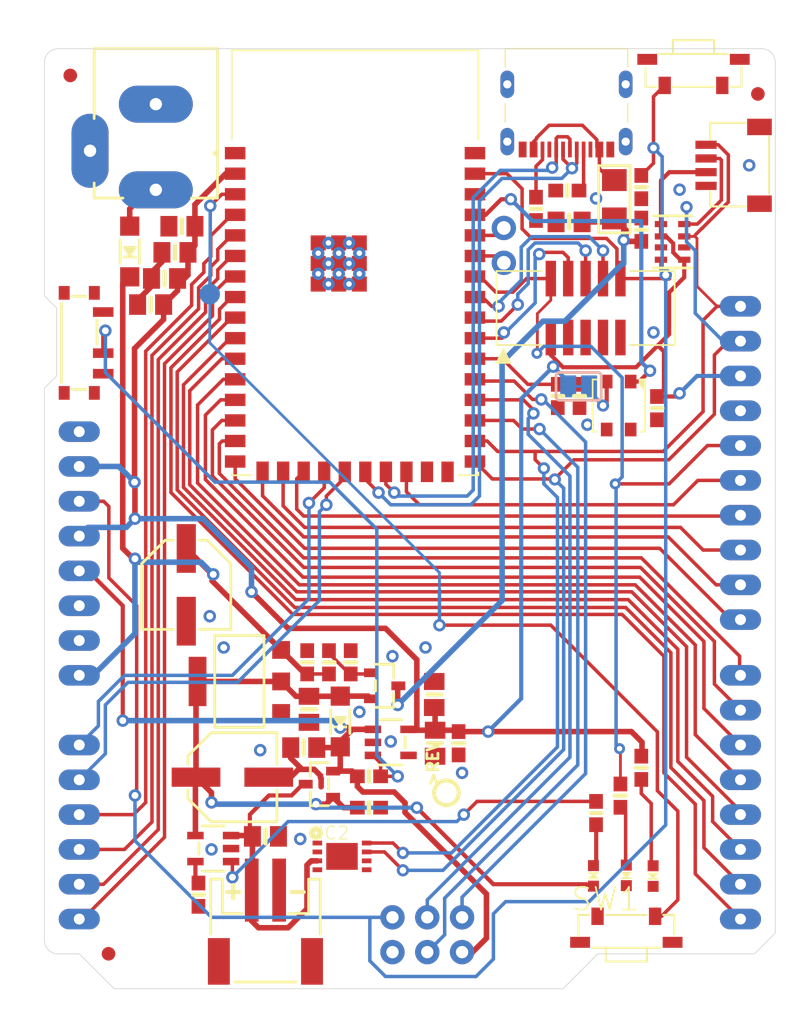
<source format=kicad_pcb>
(kicad_pcb (version 20211014) (generator pcbnew)
  (layers (0 "F.Cu" signal) (31 "B.Cu" signal) (34 "B.Paste" user) (35 "F.Paste" user) (36 "B.SilkS" user "B.Silkscreen") (37 "F.SilkS" user "F.Silkscreen") (38 "B.Mask" user) (39 "F.Mask" user) (44 "Edge.Cuts" user))
  (net 0 "")
  (net 1 "GND")
  (net 2 "RESET")
  (net 3 "SCK")
  (net 4 "MISO")
  (net 5 "MOSI")
  (net 6 "AD0")
  (net 7 "AD1")
  (net 8 "AD2")
  (net 9 "AD3")
  (net 10 "N$1")
  (net 11 "3.3V")
  (net 12 "VBUS")
  (net 13 "VBAT")
  (net 14 "TMS_D42")
  (net 15 "TCK")
  (net 16 "SDA")
  (net 17 "SCL")
  (net 18 "EN")
  (net 19 "N$4")
  (net 20 "N$6")
  (net 21 "N$9")
  (net 22 "VHIGH")
  (net 23 "AD4")
  (net 24 "TDO")
  (net 25 "N$3")
  (net 26 "NEOPIX")
  (net 27 "N$13")
  (net 28 "+5V")
  (net 29 "VIN")
  (net 30 "PWR")
  (net 31 "AD5")
  (net 32 "D13")
  (net 33 "D14")
  (net 34 "D15")
  (net 35 "D16")
  (net 36 "D21")
  (net 37 "D9")
  (net 38 "D8")
  (net 39 "D7")
  (net 40 "D10")
  (net 41 "D11")
  (net 42 "D12")
  (net 43 "D+")
  (net 44 "D-")
  (net 45 "N$2")
  (net 46 "N$7")
  (net 47 "N$8")
  (net 48 "TXD0")
  (net 49 "RXD0")
  (net 50 "TDI")
  (net 51 "BOOT0")
  (net 52 "IO38_DBLTAP")
  (net 53 "N$5")
  (net 54 "D6")
  (net 55 "D5")
  (footprint "boardEagle:SOT23-R" (layer "F.Cu") (at 141.8971 124.3711 90)
    (fp_text reference "Q1" hide)
    (fp_text value "DMG3415U-7")
  )
  (footprint "boardEagle:0805-NO" (layer "F.Cu") (at 150.3426 121.3866 -90)
    (fp_text reference "C13" hide)
    (fp_text value "10µF")
  )
  (footprint "boardEagle:0603-NO" (layer "F.Cu") (at 145.5166 123.7996 180)
    (fp_text reference "R12" hide)
    (fp_text value "100K")
  )
  (footprint "boardEagle:1X06_OVALWAVE" (layer "F.Cu") (at 124.3711 127.8636 -90)
    (fp_text reference "AD0" hide)
    (fp_text value "20609" hide)
  )
  (footprint "boardEagle:SOT223-R" (layer "F.Cu") (at 136.0551 116.8781 90)
    (fp_text reference "U1" hide)
    (fp_text value "NCP1117ST50T3G")
  )
  (footprint "boardEagle:0603-NO" (layer "F.Cu") (at 165.3921 83.9216 90)
    (fp_text reference "C15" hide)
    (fp_text value "0.1uF")
  )
  (footprint "boardEagle:0603-NO" (layer "F.Cu") (at 162.0901 126.4793 90)
    (fp_text reference "R2" hide)
    (fp_text value "10K")
  )
  (footprint "boardEagle:CHIPLED_0603_NOOUTLINE" (layer "F.Cu") (at 166.2557 131.0767 180)
    (fp_text reference "ON0" hide)
    (fp_text value "GREEN")
  )
  (footprint "boardEagle:0805-NO" (layer "F.Cu") (at 141.1351 118.9101 90)
    (fp_text reference "C3" hide)
    (fp_text value "10uF")
  )
  (footprint "boardEagle:FIDUCIAL_1MM" (layer "F.Cu") (at 126.5071 136.7456 -90)
    (fp_text reference "FD2" hide)
    (fp_text value "FIDUCIAL_1MM" hide)
  )
  (footprint "boardEagle:PCBFEAT-REV-040" (layer "F.Cu") (at 151.1681 125.0061 -90)
    (fp_text reference "U$15" hide)
    (fp_text value "" hide)
  )
  (footprint "boardEagle:0805-NO" (layer "F.Cu") (at 131.3561 85.5726 180)
    (fp_text reference "C10" hide)
    (fp_text value "10µF")
  )
  (footprint "boardEagle:0603-NO" (layer "F.Cu") (at 145.5166 126.0856 180)
    (fp_text reference "R14" hide)
    (fp_text value "100k")
  )
  (footprint "boardEagle:SOT23-5" (layer "F.Cu") (at 134.1501 129.0701 90)
    (fp_text reference "U2" hide)
    (fp_text value "MCP73831T-2ACI/OT")
  )
  (footprint "boardEagle:0805-NO" (layer "F.Cu") (at 129.5781 89.3826 180)
    (fp_text reference "C18" hide)
    (fp_text value "10µF")
  )
  (footprint "" (layer "F.Cu") (at 124.3711 84.6836)
    (fp_text reference "@HOLE3" hide)
    (fp_text value "")
  )
  (footprint "boardEagle:0805-NO" (layer "F.Cu") (at 131.8641 83.6676 180)
    (fp_text reference "C7" hide)
    (fp_text value "10µF")
  )
  (footprint "boardEagle:PANASONIC_D" (layer "F.Cu") (at 135.5471 123.8631 180)
    (fp_text reference "PC2" hide)
    (fp_text value "47uF+/6.3V+")
  )
  (footprint "boardEagle:0603-NO" (layer "F.Cu") (at 163.8681 125.2093 90)
    (fp_text reference "R9" hide)
    (fp_text value "10K")
  )
  (footprint "boardEagle:0603-NO" (layer "F.Cu") (at 159.9946 81.0641)
    (fp_text reference "R8" hide)
    (fp_text value "5.1K")
  )
  (footprint "boardEagle:CHIPLED_0603_NOOUTLINE" (layer "F.Cu") (at 161.8996 131.064)
    (fp_text reference "CHG1" hide)
    (fp_text value "ORANGE")
  )
  (footprint "boardEagle:1X10_OVALWAVE" (layer "F.Cu") (at 172.6311 100.9396 -90)
    (fp_text reference "IOH0" hide)
    (fp_text value "20611" hide)
  )
  (footprint "boardEagle:ESP32S2_TOP" (layer "F.Cu") (at 121.8311 70.7136 -90)
    (fp_text reference "U$52" hide)
    (fp_text value "" hide)
  )
  (footprint "boardEagle:SOD-123" (layer "F.Cu") (at 143.4211 119.7991 90)
    (fp_text reference "D4" hide)
    (fp_text value "MBR540")
  )
  (footprint "boardEagle:WDFN8_3X4_0.65" (layer "F.Cu") (at 143.5481 129.6416)
    (fp_text reference "IC2")
    (fp_text value "LC709203F")
  )
  (footprint "boardEagle:1X02_ROUND" (layer "F.Cu") (at 155.3591 85.0646 90)
    (fp_text reference "JP2" hide)
    (fp_text value "UART")
  )
  (footprint "boardEagle:SOD-123" (layer "F.Cu") (at 128.0541 85.5091 90)
    (fp_text reference "D1" hide)
    (fp_text value "MBR540")
  )
  (footprint "boardEagle:0805-NO" (layer "F.Cu") (at 137.9601 128.1811)
    (fp_text reference "C8" hide)
    (fp_text value "10µF")
  )
  (footprint "boardEagle:0805-NO" (layer "F.Cu") (at 130.5941 87.4776 180)
    (fp_text reference "C17" hide)
    (fp_text value "10µF")
  )
  (footprint "boardEagle:FIDUCIAL_1MM" (layer "F.Cu") (at 173.9011 74.0156 -90)
    (fp_text reference "FD1" hide)
    (fp_text value "FIDUCIAL_1MM" hide)
  )
  (footprint "" (layer "F.Cu") (at 172.6311 85.9536)
    (fp_text reference "@HOLE2" hide)
    (fp_text value "")
  )
  (footprint "boardEagle:1X08_OVALWAVE" (layer "F.Cu") (at 172.6311 125.3236 -90)
    (fp_text reference "IOL0" hide)
    (fp_text value "20610" hide)
  )
  (footprint "boardEagle:JSTPH2_BATT" (layer "F.Cu") (at 137.9601 135.8011 180)
    (fp_text reference "X1" hide)
    (fp_text value "JSTPH")
  )
  (footprint "boardEagle:0603-NO" (layer "F.Cu") (at 144.1831 115.4811 -90)
    (fp_text reference "R16" hide)
    (fp_text value "100K")
  )
  (footprint "boardEagle:2X05_1.27MM_BOX_POSTS" (layer "F.Cu") (at 161.3281 89.6366)
    (fp_text reference "X2" hide)
    (fp_text value "4u20317")
  )
  (footprint "boardEagle:0603-NO" (layer "F.Cu") (at 152.0571 121.3866 -90)
    (fp_text reference "C5" hide)
    (fp_text value "0.1uF")
  )
  (footprint "" (layer "F.Cu") (at 157.3911 136.7536)
    (fp_text reference "@HOLE0" hide)
    (fp_text value "")
  )
  (footprint "boardEagle:USB_C_CUSB31-CFM2AX-01-X" (layer "F.Cu") (at 159.9311 74.5236 180)
    (fp_text reference "X4" hide)
    (fp_text value "USB C")
  )
  (footprint "boardEagle:0603-NO" (layer "F.Cu") (at 166.5351 96.9391 -90)
    (fp_text reference "C2" hide)
    (fp_text value "0.1uF")
  )
  (footprint "boardEagle:CHIPLED_0603_NOOUTLINE" (layer "F.Cu") (at 164.2999 131.0259 180)
    (fp_text reference "L0" hide)
    (fp_text value "RED")
  )
  (footprint "boardEagle:SPDT_SMT_SSSS811101" (layer "F.Cu") (at 124.3711 92.1766 -90)
    (fp_text reference "SW4" hide)
    (fp_text value "SPDT R/A" hide)
  )
  (footprint "boardEagle:0603-NO" (layer "F.Cu") (at 142.5956 115.4811 -90)
    (fp_text reference "R15" hide)
    (fp_text value "100K")
  )
  (footprint "boardEagle:PANASONIC_D" (layer "F.Cu") (at 132.1816 109.8296 90)
    (fp_text reference "PC1" hide)
    (fp_text value "47uF/25V")
  )
  (footprint "boardEagle:0805-NO" (layer "F.Cu") (at 140.7541 121.7041 180)
    (fp_text reference "C11" hide)
    (fp_text value "10µF")
  )
  (footprint "" (layer "F.Cu") (at 129.4511 136.7536)
    (fp_text reference "@HOLE1" hide)
    (fp_text value "")
  )
  (footprint "boardEagle:0603-NO" (layer "F.Cu") (at 165.3921 80.8101 -90)
    (fp_text reference "C14" hide)
    (fp_text value "1uF")
  )
  (footprint "boardEagle:1206" (layer "F.Cu") (at 163.4236 81.6991 -90)
    (fp_text reference "F2" hide)
    (fp_text value "500mA")
  )
  (footprint "boardEagle:LED3535" (layer "F.Cu") (at 163.7411 96.7486 -90)
    (fp_text reference "LED1" hide)
    (fp_text value "WS2812B3535")
  )
  (footprint "boardEagle:0603-NO" (layer "F.Cu") (at 160.8836 96.0501 90)
    (fp_text reference "R17" hide)
    (fp_text value "1Meg")
  )
  (footprint "boardEagle:SPST_TACTILE_RA" (layer "F.Cu") (at 164.2999 134.9121)
    (fp_text reference "SW1")
    (fp_text value "RA_TACT" hide)
  )
  (footprint "boardEagle:0603-NO" (layer "F.Cu") (at 165.3921 123.1773 90)
    (fp_text reference "R6" hide)
    (fp_text value "10K")
  )
  (footprint "boardEagle:0805-NO" (layer "F.Cu") (at 150.2791 117.8306 90)
    (fp_text reference "C4" hide)
    (fp_text value "10µF")
  )
  (footprint "boardEagle:2X03_ROUND_70MIL" (layer "F.Cu") (at 149.7711 135.3566 180)
    (fp_text reference "ICSP0" hide)
    (fp_text value "3x2 M")
  )
  (footprint "boardEagle:JST_SH4" (layer "F.Cu") (at 172.6311 79.2226 90)
    (fp_text reference "CONN1" hide)
    (fp_text value "STEMMA_I2C_QT" hide)
  )
  (footprint "boardEagle:SOT23-5" (layer "F.Cu") (at 147.1041 121.3231 -90)
    (fp_text reference "U4" hide)
    (fp_text value "AP2112(3.3V)")
  )
  (footprint "boardEagle:0603-NO" (layer "F.Cu") (at 133.0706 132.4356 -90)
    (fp_text reference "R4" hide)
    (fp_text value "2.2K")
  )
  (footprint "boardEagle:0603-NO" (layer "F.Cu") (at 157.7086 82.3976 90)
    (fp_text reference "R3" hide)
    (fp_text value "5.1K")
  )
  (footprint "boardEagle:1X08_OVALWAVE" (layer "F.Cu") (at 124.3711 107.5436 -90)
    (fp_text reference "POWER0" hide)
    (fp_text value "20610" hide)
  )
  (footprint "boardEagle:DCJACK_2MM_PTH" (layer "F.Cu") (at 129.9591 67.4116 -90)
    (fp_text reference "X5" hide)
    (fp_text value "2.1mm")
  )
  (footprint "boardEagle:MODULE_ESP32-S2-WROVER" (layer "F.Cu") (at 144.5006 86.3346)
    (fp_text reference "U3" hide)
    (fp_text value "ESP32-S2-WROVER")
  )
  (footprint "boardEagle:RESPACK_4X0603" (layer "F.Cu") (at 167.6781 84.8106 90)
    (fp_text reference "R1" hide)
    (fp_text value "10K")
  )
  (footprint "boardEagle:SOT23-R" (layer "F.Cu") (at 146.6596 117.1956 -90)
    (fp_text reference "Q2" hide)
    (fp_text value "DMG3415U-7")
  )
  (footprint "boardEagle:0603-NO" (layer "F.Cu") (at 141.0081 115.4811 90)
    (fp_text reference "C12" hide)
    (fp_text value "0.1uF")
  )
  (footprint "boardEagle:0603-NO" (layer "F.Cu") (at 159.2961 96.0501 -90)
    (fp_text reference "C6" hide)
    (fp_text value "1uF")
  )
  (footprint "boardEagle:0805-NO" (layer "F.Cu") (at 160.1216 83.3501 180)
    (fp_text reference "C1" hide)
    (fp_text value "10uF")
  )
  (footprint "boardEagle:SPST_TACTILE_RA" (layer "F.Cu") (at 169.2021 72.4916 180)
    (fp_text reference "SW3" hide)
    (fp_text value "RA_TACT" hide)
  )
  (footprint "boardEagle:FIDUCIAL_1MM" (layer "F.Cu") (at 123.7171 72.6656 -90)
    (fp_text reference "FD3" hide)
    (fp_text value "FIDUCIAL_1MM" hide)
  )
  (footprint "boardEagle:TESTPOINT_ROUND_1.5MM_NO" (layer "B.Cu") (at 133.8961 88.6206 180)
    (fp_text reference "TP1" hide)
    (fp_text value "" hide)
  )
  (footprint "boardEagle:ESP32S2_BOT" (layer "B.Cu") (at 121.8311 139.2936 90)
    (fp_text reference "U$53" hide)
    (fp_text value "" hide)
  )
  (footprint "boardEagle:SOLDERJUMPER_CLOSEDWIRE" (layer "B.Cu") (at 160.8201 95.3516 180)
    (fp_text reference "SJ1" hide)
    (fp_text value "")
  )
  (gr_line (start 175.1711 135.2296) (end 173.6471 136.7536) (layer "Edge.Cuts") (width 0.05))
  (gr_line (start 121.8311 88.7476) (end 121.8311 71.7136) (layer "Edge.Cuts") (width 0.05))
  (gr_line (start 122.7201 89.6366) (end 121.8311 88.7476) (layer "Edge.Cuts") (width 0.05))
  (gr_arc (start 174.1711 70.7136) (mid 174.878207 71.006493) (end 175.1711 71.7136) (layer "Edge.Cuts") (width 0.05))
  (gr_line (start 121.8311 135.7536) (end 121.8311 95.4786) (layer "Edge.Cuts") (width 0.05))
  (gr_arc (start 122.8311 136.7536) (mid 122.123993 136.460707) (end 121.8311 135.7536) (layer "Edge.Cuts") (width 0.05))
  (gr_line (start 175.1711 71.7136) (end 175.1711 135.2296) (layer "Edge.Cuts") (width 0.05))
  (gr_line (start 122.8311 70.7136) (end 174.1711 70.7136) (layer "Edge.Cuts") (width 0.05))
  (gr_line (start 162.2171 136.7536) (end 159.6771 139.2936) (layer "Edge.Cuts") (width 0.05))
  (gr_line (start 121.8311 95.4786) (end 122.7201 94.5896) (layer "Edge.Cuts") (width 0.05))
  (gr_line (start 126.9111 139.2936) (end 124.3711 136.7536) (layer "Edge.Cuts") (width 0.05))
  (gr_line (start 124.3711 136.7536) (end 122.8311 136.7536) (layer "Edge.Cuts") (width 0.05))
  (gr_line (start 173.6471 136.7536) (end 162.2171 136.7536) (layer "Edge.Cuts") (width 0.05))
  (gr_line (start 159.6771 139.2936) (end 126.9111 139.2936) (layer "Edge.Cuts") (width 0.05))
  (gr_arc (start 121.8311 71.7136) (mid 122.123993 71.006493) (end 122.8311 70.7136) (layer "Edge.Cuts") (width 0.05))
  (gr_line (start 122.7201 94.5896) (end 122.7201 89.6366) (layer "Edge.Cuts") (width 0.05))
  (segment (start 139.8041 121.7041) (end 139.8041 122.4686) (width 0.4064) (layer "F.Cu") (net 1))
  (segment (start 129.6441 88.0466) (end 128.6281 89.0626) (width 0.4064) (layer "F.Cu") (net 1))
  (segment (start 130.4061 85.5726) (end 130.4061 86.2686) (width 0.4064) (layer "F.Cu") (net 1))
  (segment (start 138.2011 123.8631) (end 139.8016 123.8631) (width 0.4064) (layer "F.Cu") (net 1))
  (segment (start 139.8041 122.4686) (end 140.6271 123.2916) (width 0.4064) (layer "F.Cu") (net 1))
  (segment (start 128.6281 89.0626) (end 128.6281 89.3826) (width 0.4064) (layer "F.Cu") (net 1))
  (segment (start 141.9827 123.7582) (end 141.9827 123.906938) (width 0.4064) (layer "F.Cu") (net 1))
  (segment (start 130.4061 86.2686) (end 129.6441 87.0306) (width 0.4064) (layer "F.Cu") (net 1))
  (segment (start 139.8016 123.8631) (end 140.3731 123.2916) (width 0.4064) (layer "F.Cu") (net 1))
  (segment (start 129.6441 87.0306) (end 129.6441 87.4776) (width 0.4064) (layer "F.Cu") (net 1))
  (segment (start 141.5161 123.2916) (end 141.9827 123.7582) (width 0.4064) (layer "F.Cu") (net 1))
  (segment (start 129.6441 87.4776) (end 129.6441 88.0466) (width 0.4064) (layer "F.Cu") (net 1))
  (segment (start 142.0241 123.948338) (end 142.0241 124.5616) (width 0.4064) (layer "F.Cu") (net 1))
  (segment (start 140.6271 123.2916) (end 141.5161 123.2916) (width 0.4064) (layer "F.Cu") (net 1))
  (segment (start 140.3731 123.2916) (end 140.6271 123.2916) (width 0.4064) (layer "F.Cu") (net 1))
  (segment (start 141.9827 123.906938) (end 142.0241 123.948338) (width 0.4064) (layer "F.Cu") (net 1))
  (via (at 133.8961 112.1156) (size 0.9064) (drill 0.5) (layers "F.Cu" "B.Cu") (net 1))
  (via (at 134.0231 129.1336) (size 0.9064) (drill 0.5) (layers "F.Cu" "B.Cu") (net 1))
  (via (at 144.8181 119.1006) (size 0.9064) (drill 0.5) (layers "F.Cu" "B.Cu") (net 1))
  (via (at 140.5001 128.3716) (size 0.9064) (drill 0.5) (layers "F.Cu" "B.Cu") (net 1))
  (via (at 147.1041 121.2596) (size 0.9064) (drill 0.5) (layers "F.Cu" "B.Cu") (net 1))
  (via (at 134.9121 114.4016) (size 0.9064) (drill 0.5) (layers "F.Cu" "B.Cu") (net 1))
  (via (at 149.6441 114.4016) (size 0.9064) (drill 0.5) (layers "F.Cu" "B.Cu") (net 1))
  (via (at 168.1861 81.0006) (size 0.9064) (drill 0.5) (layers "F.Cu" "B.Cu") (net 1))
  (via (at 173.2661 79.2226) (size 0.9064) (drill 0.5) (layers "F.Cu" "B.Cu") (net 1))
  (via (at 166.2811 91.4146) (size 0.9064) (drill 0.5) (layers "F.Cu" "B.Cu") (net 1))
  (via (at 137.5791 121.8946) (size 0.9064) (drill 0.5) (layers "F.Cu" "B.Cu") (net 1))
  (via (at 152.3111 123.5456) (size 0.9064) (drill 0.5) (layers "F.Cu" "B.Cu") (net 1))
  (via (at 161.4551 98.1456) (size 0.9064) (drill 0.5) (layers "F.Cu" "B.Cu") (net 1))
  (via (at 147.2311 115.0366) (size 0.9064) (drill 0.5) (layers "F.Cu" "B.Cu") (net 1))
  (via (at 162.0901 81.6356) (size 0.9064) (drill 0.5) (layers "F.Cu" "B.Cu") (net 1))
  (segment (start 166.8281 86.1106) (end 166.8281 86.8816) (width 0.254) (layer "F.Cu") (net 2))
  (segment (start 126.5301 104.1146) (end 126.5301 109.3216) (width 0.254) (layer "F.Cu") (net 2))
  (segment (start 155.5901 79.8346) (end 156.6926 80.9371) (width 0.254) (layer "F.Cu") (net 2))
  (segment (start 128.5621 111.3536) (end 128.5621 125.0736) (width 0.254) (layer "F.Cu") (net 2))
  (segment (start 163.6141 87.2326) (end 163.6141 85.3186) (width 0.254) (layer "F.Cu") (net 2))
  (segment (start 157.3911 84.5566) (end 162.8521 84.5566) (width 0.254) (layer "F.Cu") (net 2))
  (segment (start 128.5621 125.0736) (end 128.4391 125.1966) (width 0.254) (layer "F.Cu") (net 2))
  (segment (start 167.4331 87.4866) (end 167.1746 87.2281) (width 0.3048) (layer "F.Cu") (net 2))
  (segment (start 166.8281 86.8816) (end 167.1746 87.2281) (width 0.254) (layer "F.Cu") (net 2))
  (segment (start 156.6926 80.9371) (end 156.6926 83.8581) (width 0.254) (layer "F.Cu") (net 2))
  (segment (start 126.5301 109.3216) (end 128.5621 111.3536) (width 0.254) (layer "F.Cu") (net 2))
  (segment (start 165.3921 79.9601) (end 166.2811 79.0711) (width 0.254) (layer "F.Cu") (net 2))
  (segment (start 153.2506 79.8346) (end 155.5901 79.8346) (width 0.254) (layer "F.Cu") (net 2))
  (segment (start 126.1491 103.7336) (end 126.5301 104.1146) (width 0.254) (layer "F.Cu") (net 2))
  (segment (start 156.6926 83.8581) (end 157.3911 84.5566) (width 0.254) (layer "F.Cu") (net 2))
  (segment (start 124.3711 103.7336) (end 126.1491 103.7336) (width 0.254) (layer "F.Cu") (net 2))
  (segment (start 163.6141 87.2326) (end 163.8681 87.4866) (width 0.254) (layer "F.Cu") (net 2))
  (segment (start 162.8521 84.5566) (end 163.6141 85.3186) (width 0.254) (layer "F.Cu") (net 2))
  (segment (start 166.2811 77.9526) (end 166.2811 74.2126) (width 0.254) (layer "F.Cu") (net 2))
  (segment (start 166.2811 79.0711) (end 166.2811 77.9526) (width 0.254) (layer "F.Cu") (net 2))
  (segment (start 167.1021 73.3916) (end 166.2811 74.2126) (width 0.254) (layer "F.Cu") (net 2))
  (segment (start 167.4331 87.4866) (end 163.8681 87.4866) (width 0.254) (layer "F.Cu") (net 2))
  (via (at 167.1746 87.2281) (size 0.9064) (drill 0.5) (layers "F.Cu" "B.Cu") (net 2))
  (via (at 166.2811 77.9526) (size 0.889) (drill 0.4826) (layers "F.Cu" "B.Cu") (net 2))
  (via (at 128.4391 125.1966) (size 0.9064) (drill 0.5) (layers "F.Cu" "B.Cu") (net 2))
  (segment (start 167.1746 127.3511) (end 161.5821 132.9436) (width 0.254) (layer "B.Cu") (net 2))
  (segment (start 166.9161 86.9696) (end 166.9161 78.5876) (width 0.254) (layer "B.Cu") (net 2))
  (segment (start 167.1746 87.2281) (end 167.1746 127.3511) (width 0.254) (layer "B.Cu") (net 2))
  (segment (start 146.7231 138.4046) (end 145.5801 137.2616) (width 0.254) (layer "B.Cu") (net 2))
  (segment (start 161.5821 132.9436) (end 155.4861 132.9436) (width 0.254) (layer "B.Cu") (net 2))
  (segment (start 128.4391 125.1966) (end 128.4391 128.5026) (width 0.254) (layer "B.Cu") (net 2))
  (segment (start 154.5971 133.8326) (end 154.5971 137.1346) (width 0.254) (layer "B.Cu") (net 2))
  (segment (start 167.1746 87.2281) (end 166.9161 86.9696) (width 0.254) (layer "B.Cu") (net 2))
  (segment (start 155.4861 132.9436) (end 154.5971 133.8326) (width 0.254) (layer "B.Cu") (net 2))
  (segment (start 145.5801 137.2616) (end 145.5801 134.0866) (width 0.254) (layer "B.Cu") (net 2))
  (segment (start 154.5971 137.1346) (end 153.3271 138.4046) (width 0.254) (layer "B.Cu") (net 2))
  (segment (start 153.3271 138.4046) (end 146.7231 138.4046) (width 0.254) (layer "B.Cu") (net 2))
  (segment (start 166.2811 77.9526) (end 166.9161 78.5876) (width 0.254) (layer "B.Cu") (net 2))
  (segment (start 145.5801 134.0866) (end 134.0231 134.0866) (width 0.254) (layer "B.Cu") (net 2))
  (segment (start 128.4391 128.5026) (end 134.0231 134.0866) (width 0.254) (layer "B.Cu") (net 2))
  (segment (start 147.2311 134.0866) (end 145.5801 134.0866) (width 0.254) (layer "B.Cu") (net 2))
  (segment (start 153.2506 96.3346) (end 156.7866 96.3346) (width 0.254) (layer "F.Cu") (net 3))
  (segment (start 157.5181 97.3201) (end 157.5181 97.0661) (width 0.254) (layer "F.Cu") (net 3))
  (segment (start 157.5181 97.0661) (end 156.7866 96.3346) (width 0.254) (layer "F.Cu") (net 3))
  (via (at 157.5181 97.3201) (size 0.9064) (drill 0.5) (layers "F.Cu" "B.Cu") (net 3))
  (segment (start 160.1851 101.8921) (end 157.1371 98.8441) (width 0.254) (layer "B.Cu") (net 3))
  (segment (start 160.1851 122.4026) (end 149.7711 132.8166) (width 0.254) (layer "B.Cu") (net 3))
  (segment (start 160.1851 101.8921) (end 160.1851 122.4026) (width 0.254) (layer "B.Cu") (net 3))
  (segment (start 157.5181 97.3201) (end 157.1371 97.7011) (width 0.254) (layer "B.Cu") (net 3))
  (segment (start 149.7711 132.8166) (end 149.7711 134.0866) (width 0.254) (layer "B.Cu") (net 3))
  (segment (start 157.1371 97.7011) (end 157.1371 98.8441) (width 0.254) (layer "B.Cu") (net 3))
  (segment (start 157.4546 96.3041) (end 158.0896 96.3041) (width 0.254) (layer "F.Cu") (net 4))
  (segment (start 153.2506 94.8346) (end 153.3776 94.9616) (width 0.254) (layer "F.Cu") (net 4))
  (segment (start 157.4546 96.3041) (end 156.1121 94.9616) (width 0.254) (layer "F.Cu") (net 4))
  (segment (start 156.1121 94.9616) (end 153.3776 94.9616) (width 0.254) (layer "F.Cu") (net 4))
  (via (at 158.0896 96.3041) (size 0.9064) (drill 0.5) (layers "F.Cu" "B.Cu") (net 4))
  (segment (start 158.0896 96.3041) (end 158.2166 96.3041) (width 0.254) (layer "B.Cu") (net 4))
  (segment (start 161.3281 99.4156) (end 161.3281 123.597519) (width 0.254) (layer "B.Cu") (net 4))
  (segment (start 161.3281 99.4156) (end 158.2166 96.3041) (width 0.254) (layer "B.Cu") (net 4))
  (segment (start 152.3111 132.614519) (end 152.3111 134.0866) (width 0.254) (layer "B.Cu") (net 4))
  (segment (start 161.3281 123.597519) (end 152.3111 132.614519) (width 0.254) (layer "B.Cu") (net 4))
  (segment (start 153.2506 97.8346) (end 156.0641 97.8346) (width 0.254) (layer "F.Cu") (net 5))
  (segment (start 156.6926 98.4631) (end 156.0641 97.8346) (width 0.254) (layer "F.Cu") (net 5))
  (segment (start 156.6926 98.4631) (end 157.9626 98.4631) (width 0.254) (layer "F.Cu") (net 5))
  (via (at 157.9626 98.4631) (size 0.9064) (drill 0.5) (layers "F.Cu" "B.Cu") (net 5))
  (segment (start 157.9626 98.4631) (end 160.7566 101.2571) (width 0.254) (layer "B.Cu") (net 5))
  (segment (start 151.0411 132.6896) (end 151.0411 135.3566) (width 0.254) (layer "B.Cu") (net 5))
  (segment (start 160.7566 122.9741) (end 151.0411 132.6896) (width 0.254) (layer "B.Cu") (net 5))
  (segment (start 160.7566 101.2571) (end 160.7566 122.9741) (width 0.254) (layer "B.Cu") (net 5))
  (segment (start 151.0411 135.3566) (end 149.7711 136.6266) (width 0.254) (layer "B.Cu") (net 5))
  (segment (start 142.2506 101.5846) (end 142.2506 102.7451) (width 0.254) (layer "F.Cu") (net 6))
  (segment (start 141.1351 103.8606) (end 142.2506 102.7451) (width 0.254) (layer "F.Cu") (net 6))
  (via (at 141.1351 103.8606) (size 0.9064) (drill 0.5) (layers "F.Cu" "B.Cu") (net 6))
  (segment (start 141.1351 103.8606) (end 141.1351 110.8456) (width 0.254) (layer "B.Cu") (net 6))
  (segment (start 125.7681 120.1166) (end 124.3711 121.5136) (width 0.254) (layer "B.Cu") (net 6))
  (segment (start 135.5471 116.4336) (end 127.6731 116.4336) (width 0.254) (layer "B.Cu") (net 6))
  (segment (start 125.7681 120.1166) (end 125.7681 118.3386) (width 0.254) (layer "B.Cu") (net 6))
  (segment (start 141.1351 110.8456) (end 135.5471 116.4336) (width 0.254) (layer "B.Cu") (net 6))
  (segment (start 125.7681 118.3386) (end 127.6731 116.4336) (width 0.254) (layer "B.Cu") (net 6))
  (segment (start 143.7506 101.5846) (end 143.7506 102.0071) (width 0.254) (layer "F.Cu") (net 7))
  (segment (start 142.4051 103.3526) (end 143.7506 102.0071) (width 0.254) (layer "F.Cu") (net 7))
  (segment (start 142.4051 103.9876) (end 142.4051 103.3526) (width 0.254) (layer "F.Cu") (net 7))
  (via (at 142.4051 103.9876) (size 0.9064) (drill 0.5) (layers "F.Cu" "B.Cu") (net 7))
  (segment (start 135.9281 116.9416) (end 127.9271 116.9416) (width 0.254) (layer "B.Cu") (net 7))
  (segment (start 126.2761 118.5926) (end 127.9271 116.9416) (width 0.254) (layer "B.Cu") (net 7))
  (segment (start 142.4051 103.9876) (end 141.8971 104.4956) (width 0.254) (layer "B.Cu") (net 7))
  (segment (start 141.8971 110.9726) (end 135.9281 116.9416) (width 0.254) (layer "B.Cu") (net 7))
  (segment (start 126.2761 122.1486) (end 126.2761 118.5926) (width 0.254) (layer "B.Cu") (net 7))
  (segment (start 141.8971 110.9726) (end 141.8971 104.4956) (width 0.254) (layer "B.Cu") (net 7))
  (segment (start 126.2761 122.1486) (end 124.3711 124.0536) (width 0.254) (layer "B.Cu") (net 7))
  (segment (start 128.3335 126.5936) (end 129.2225 125.7046) (width 0.254) (layer "F.Cu") (net 8))
  (segment (start 129.2225 125.7046) (end 129.2225 92.7862) (width 0.254) (layer "F.Cu") (net 8))
  (segment (start 135.7506 82.8346) (end 135.4966 82.8346) (width 0.254) (layer "F.Cu") (net 8))
  (segment (start 129.2225 92.7862) (end 132.5756 89.4331) (width 0.254) (layer "F.Cu") (net 8))
  (segment (start 132.5756 87.9146) (end 133.4646 87.0256) (width 0.254) (layer "F.Cu") (net 8))
  (segment (start 124.3711 126.5936) (end 128.3335 126.5936) (width 0.254) (layer "F.Cu") (net 8))
  (segment (start 133.4646 86.3906) (end 133.9726 85.8826) (width 0.254) (layer "F.Cu") (net 8))
  (segment (start 132.5756 89.4331) (end 132.5756 87.9146) (width 0.254) (layer "F.Cu") (net 8))
  (segment (start 133.9726 85.8826) (end 133.9726 84.3586) (width 0.254) (layer "F.Cu") (net 8))
  (segment (start 133.9726 84.3586) (end 135.4966 82.8346) (width 0.254) (layer "F.Cu") (net 8))
  (segment (start 133.4646 87.0256) (end 133.4646 86.3906) (width 0.254) (layer "F.Cu") (net 8))
  (segment (start 133.9726 86.6206) (end 134.4806 86.1126) (width 0.254) (layer "F.Cu") (net 9))
  (segment (start 133.0836 89.6871) (end 133.0836 88.1446) (width 0.254) (layer "F.Cu") (net 9))
  (segment (start 133.9726 87.2556) (end 133.9726 86.6206) (width 0.254) (layer "F.Cu") (net 9))
  (segment (start 124.3711 129.1336) (end 127.6731 129.1336) (width 0.254) (layer "F.Cu") (net 9))
  (segment (start 127.6731 129.1336) (end 129.6797 127.127) (width 0.254) (layer "F.Cu") (net 9))
  (segment (start 133.0836 88.1446) (end 133.9726 87.2556) (width 0.254) (layer "F.Cu") (net 9))
  (segment (start 129.6797 127.127) (end 129.6797 93.091) (width 0.254) (layer "F.Cu") (net 9))
  (segment (start 134.4806 86.1126) (end 134.4806 85.3506) (width 0.254) (layer "F.Cu") (net 9))
  (segment (start 134.4806 85.3506) (end 135.4966 84.3346) (width 0.254) (layer "F.Cu") (net 9))
  (segment (start 129.6797 93.091) (end 133.0836 89.6871) (width 0.254) (layer "F.Cu") (net 9))
  (segment (start 135.7506 84.3346) (end 135.4966 84.3346) (width 0.254) (layer "F.Cu") (net 9))
  (segment (start 164.2999 130.2759) (end 164.2491 130.2759) (width 0.254) (layer "F.Cu") (net 10))
  (segment (start 164.2491 126.4403) (end 164.2491 130.2759) (width 0.254) (layer "F.Cu") (net 10))
  (segment (start 164.2491 126.4403) (end 163.8681 126.0593) (width 0.254) (layer "F.Cu") (net 10))
  (segment (start 150.3426 120.4366) (end 151.9571 120.4366) (width 0.4064) (layer "F.Cu") (net 11))
  (segment (start 167.0431 95.5811) (end 167.0431 92.8116) (width 0.3048) (layer "F.Cu") (net 11))
  (segment (start 165.0111 93.9546) (end 159.6771 93.9546) (width 0.3048) (layer "F.Cu") (net 11))
  (segment (start 167.9566 96.0891) (end 166.5351 96.0891) (width 0.3048) (layer "F.Cu") (net 11))
  (segment (start 167.7225 84.927107) (end 167.7225 85.582894) (width 0.3048) (layer "F.Cu") (net 11))
  (segment (start 132.0521 87.4776) (end 131.5441 87.4776) (width 0.4064) (layer "F.Cu") (net 11))
  (segment (start 150.3426 120.4366) (end 148.8821 120.4366) (width 0.4064) (layer "F.Cu") (net 11))
  (segment (start 154.2161 120.5366) (end 164.66865 120.5366) (width 0.4064) (layer "F.Cu") (net 11))
  (segment (start 166.8281 83.5106) (end 166.8281 84.4106) (width 0.3048) (layer "F.Cu") (net 11))
  (segment (start 159.6771 93.9546) (end 159.2961 93.5736) (width 0.3048) (layer "F.Cu") (net 11))
  (segment (start 158.96105 93.90865) (end 159.2961 93.5736) (width 0.3048) (layer "F.Cu") (net 11))
  (segment (start 167.4321 79.7226) (end 166.8281 80.3266) (width 0.3048) (layer "F.Cu") (net 11))
  (segment (start 148.8821 120.4366) (end 148.4677 120.4366) (width 0.4064) (layer "F.Cu") (net 11))
  (segment (start 132.8141 85.0646) (end 132.3061 85.5726) (width 0.4064) (layer "F.Cu") (net 11))
  (segment (start 128.4351 102.366) (end 128.4351 105.0036) (width 0.4064) (layer "F.Cu") (net 11))
  (segment (start 158.7881 93.0656) (end 158.7881 91.7866) (width 0.3048) (layer "F.Cu") (net 11))
  (segment (start 132.0521 87.4776) (end 132.3061 87.2236) (width 0.4064) (layer "F.Cu") (net 11))
  (segment (start 167.4241 88.4936) (end 168.5281 87.3896) (width 0.3048) (layer "F.Cu") (net 11))
  (segment (start 150.3426 120.4366) (end 150.3426 118.8441) (width 0.4064) (layer "F.Cu") (net 11))
  (segment (start 168.250206 86.1106) (end 168.5281 86.1106) (width 0.3048) (layer "F.Cu") (net 11))
  (segment (start 128.4057 92.587) (end 128.4057 102.3366) (width 0.4064) (layer "F.Cu") (net 11))
  (segment (start 165.44335 121.3113) (end 165.44335 122.27605) (width 0.4064) (layer "F.Cu") (net 11))
  (segment (start 167.205993 84.4106) (end 167.7225 84.927107) (width 0.3048) (layer "F.Cu") (net 11))
  (segment (start 130.5281 90.4646) (end 128.4057 92.587) (width 0.4064) (layer "F.Cu") (net 11))
  (segment (start 149.0091 120.3096) (end 148.8821 120.4366) (width 0.4064) (layer "F.Cu") (net 11))
  (segment (start 130.5281 89.3826) (end 130.5281 90.4646) (width 0.4064) (layer "F.Cu") (net 11))
  (segment (start 166.5351 96.0891) (end 167.0431 95.5811) (width 0.3048) (layer "F.Cu") (net 11))
  (segment (start 166.8281 84.4106) (end 167.205993 84.4106) (width 0.3048) (layer "F.Cu") (net 11))
  (segment (start 149.0091 115.2906) (end 149.0091 120.3096) (width 0.4064) (layer "F.Cu") (net 11))
  (segment (start 131.5441 88.3666) (end 130.5281 89.3826) (width 0.4064) (layer "F.Cu") (net 11))
  (segment (start 167.0431 92.8116) (end 166.5986 92.3671) (width 0.3048) (layer "F.Cu") (net 11))
  (segment (start 152.0571 120.5366) (end 154.2161 120.5366) (width 0.4064) (layer "F.Cu") (net 11))
  (segment (start 159.2961 93.5736) (end 158.7881 93.0656) (width 0.3048) (layer "F.Cu") (net 11))
  (segment (start 135.7506 79.8346) (end 135.0621 79.8346) (width 0.4064) (layer "F.Cu") (net 11))
  (segment (start 166.8281 80.3266) (end 166.8281 83.5106) (width 0.3048) (layer "F.Cu") (net 11))
  (segment (start 132.8141 82.0826) (end 132.8141 83.6676) (width 0.4064) (layer "F.Cu") (net 11))
  (segment (start 131.5441 87.4776) (end 131.5441 88.3666) (width 0.4064) (layer "F.Cu") (net 11))
  (segment (start 168.5281 87.3896) (end 168.5281 86.1106) (width 0.3048) (layer "F.Cu") (net 11))
  (segment (start 128.4057 102.3366) (end 128.4351 102.366) (width 0.4064) (layer "F.Cu") (net 11))
  (segment (start 136.9441 110.3376) (end 139.6111 113.0046) (width 0.4064) (layer "F.Cu") (net 11))
  (segment (start 150.3426 118.8441) (end 150.2791 118.7806) (width 0.4064) (layer "F.Cu") (net 11))
  (segment (start 132.3061 87.2236) (end 132.3061 85.5726) (width 0.4064) (layer "F.Cu") (net 11))
  (segment (start 164.66865 120.5366) (end 165.44335 121.3113) (width 0.4064) (layer "F.Cu") (net 11))
  (segment (start 139.6111 113.0046) (end 146.7231 113.0046) (width 0.4064) (layer "F.Cu") (net 11))
  (segment (start 132.8141 85.0646) (end 132.8141 83.6676) (width 0.4064) (layer "F.Cu") (net 11))
  (segment (start 151.9571 120.4366) (end 152.0571 120.5366) (width 0.4064) (layer "F.Cu") (net 11))
  (segment (start 148.4677 120.4366) (end 148.4042 120.3731) (width 0.4064) (layer "F.Cu") (net 11))
  (segment (start 167.7225 85.582894) (end 168.250206 86.1106) (width 0.3048) (layer "F.Cu") (net 11))
  (segment (start 168.1861 95.8596) (end 167.9566 96.0891) (width 0.3048) (layer "F.Cu") (net 11))
  (segment (start 135.0621 79.8346) (end 132.8141 82.0826) (width 0.4064) (layer "F.Cu") (net 11))
  (segment (start 146.7231 113.0046) (end 149.0091 115.2906) (width 0.4064) (layer "F.Cu") (net 11))
  (segment (start 167.4241 88.4936) (end 167.4241 91.5416) (width 0.3048) (layer "F.Cu") (net 11))
  (segment (start 165.44335 122.27605) (end 165.3921 122.3273) (width 0.4064) (layer "F.Cu") (net 11))
  (segment (start 170.1171 79.7226) (end 167.4321 79.7226) (width 0.3048) (layer "F.Cu") (net 11))
  (segment (start 166.5986 92.3671) (end 165.0111 93.9546) (width 0.3048) (layer "F.Cu") (net 11))
  (segment (start 167.4241 91.5416) (end 166.5986 92.3671) (width 0.3048) (layer "F.Cu") (net 11))
  (via (at 128.4057 102.3366) (size 0.9064) (drill 0.5) (layers "F.Cu" "B.Cu") (net 11))
  (via (at 128.4351 105.0036) (size 0.9064) (drill 0.5) (layers "F.Cu" "B.Cu") (net 11))
  (via (at 158.96105 93.90865) (size 0.9064) (drill 0.5) (layers "F.Cu" "B.Cu") (net 11))
  (via (at 154.2161 120.5366) (size 0.9064) (drill 0.5) (layers "F.Cu" "B.Cu") (net 11))
  (via (at 136.9441 110.3376) (size 0.9064) (drill 0.5) (layers "F.Cu" "B.Cu") (net 11))
  (via (at 168.1861 95.8596) (size 0.9064) (drill 0.5) (layers "F.Cu" "B.Cu") (net 11))
  (segment (start 127.8001 105.6386) (end 125.0061 105.6386) (width 0.4064) (layer "B.Cu") (net 11))
  (segment (start 160.0581 95.0057) (end 158.96105 93.90865) (width 0.3048) (layer "B.Cu") (net 11))
  (segment (start 133.3881 105.0036) (end 136.9441 108.5596) (width 0.4064) (layer "B.Cu") (net 11))
  (segment (start 158.96105 93.90865) (end 156.6291 96.2406) (width 0.3048) (layer "B.Cu") (net 11))
  (segment (start 172.6311 94.5896) (end 169.4561 94.5896) (width 0.3048) (layer "B.Cu") (net 11))
  (segment (start 136.9441 108.5596) (end 136.9441 110.3376) (width 0.4064) (layer "B.Cu") (net 11))
  (segment (start 128.4351 105.0036) (end 133.3881 105.0036) (width 0.4064) (layer "B.Cu") (net 11))
  (segment (start 128.4057 102.3366) (end 127.2627 101.1936) (width 0.4064) (layer "B.Cu") (net 11))
  (segment (start 127.2627 101.1936) (end 124.3711 101.1936) (width 0.4064) (layer "B.Cu") (net 11))
  (segment (start 128.4351 105.0036) (end 127.8001 105.6386) (width 0.4064) (layer "B.Cu") (net 11))
  (segment (start 156.6291 118.1236) (end 154.2161 120.5366) (width 0.3048) (layer "B.Cu") (net 11))
  (segment (start 156.6291 96.2406) (end 156.6291 118.1236) (width 0.3048) (layer "B.Cu") (net 11))
  (segment (start 125.0061 105.6386) (end 124.3711 106.2736) (width 0.4064) (layer "B.Cu") (net 11))
  (segment (start 168.1861 95.8596) (end 169.4561 94.5896) (width 0.3048) (layer "B.Cu") (net 11))
  (segment (start 160.0581 95.3516) (end 160.0581 95.0057) (width 0.3048) (layer "B.Cu") (net 11))
  (segment (start 147.6121 117.2431) (end 147.6596 117.1956) (width 0.4064) (layer "F.Cu") (net 12))
  (segment (start 147.6121 118.5926) (end 147.6121 117.2431) (width 0.4064) (layer "F.Cu") (net 12))
  (segment (start 163.4236 83.0991) (end 164.1087 83.7842) (width 0.4064) (layer "F.Cu") (net 12))
  (segment (start 164.234859 84.7716) (end 164.2766 84.7501) (width 0.4064) (layer "F.Cu") (net 12))
  (segment (start 163.1726 83.3501) (end 161.0716 83.3501) (width 0.4064) (layer "F.Cu") (net 12))
  (segment (start 164.234859 84.7716) (end 165.3921 84.7716) (width 0.4064) (layer "F.Cu") (net 12))
  (segment (start 163.4236 83.0991) (end 164.2766 83.9521) (width 0.4064) (layer "F.Cu") (net 12))
  (segment (start 164.1087 83.7842) (end 164.1087 84.6836) (width 0.4064) (layer "F.Cu") (net 12))
  (segment (start 164.2766 84.7501) (end 164.2766 83.9521) (width 0.4064) (layer "F.Cu") (net 12))
  (segment (start 163.4236 83.0991) (end 163.1726 83.3501) (width 0.4064) (layer "F.Cu") (net 12))
  (via (at 147.6121 118.5926) (size 0.9064) (drill 0.5) (layers "F.Cu" "B.Cu") (net 12))
  (via (at 164.1087 84.6836) (size 0.9064) (drill 0.5) (layers "F.Cu" "B.Cu") (net 12))
  (segment (start 164.022075 86.391313) (end 164.1087 86.391313) (width 0.4064) (layer "B.Cu") (net 12))
  (segment (start 155.2321 110.9726) (end 155.2321 93.5736) (width 0.4064) (layer "B.Cu") (net 12))
  (segment (start 158.2119 90.5938) (end 159.819587 90.5938) (width 0.4064) (layer "B.Cu") (net 12))
  (segment (start 164.1087 86.391313) (end 164.1087 84.6836) (width 0.4064) (layer "B.Cu") (net 12))
  (segment (start 155.2321 93.5736) (end 158.2119 90.5938) (width 0.4064) (layer "B.Cu") (net 12))
  (segment (start 159.819587 90.5938) (end 164.022075 86.391313) (width 0.4064) (layer "B.Cu") (net 12))
  (segment (start 147.6121 118.5926) (end 155.2321 110.9726) (width 0.4064) (layer "B.Cu") (net 12))
  (segment (start 139.8651 125.1966) (end 140.6906 124.3711) (width 0.3048) (layer "F.Cu") (net 13))
  (segment (start 140.8971 124.3711) (end 140.6906 124.3711) (width 0.3048) (layer "F.Cu") (net 13))
  (segment (start 141.2495 130.0352) (end 141.3181 129.9666) (width 0.4064) (layer "F.Cu") (net 13))
  (segment (start 137.4521 134.8486) (end 139.6111 134.8486) (width 0.4064) (layer "F.Cu") (net 13))
  (segment (start 137.0101 128.1811) (end 137.0101 132.0511) (width 0.4064) (layer "F.Cu") (net 13))
  (segment (start 139.6111 134.8486) (end 140.9917 133.468) (width 0.4064) (layer "F.Cu") (net 13))
  (segment (start 141.229762 130.0352) (end 141.2495 130.0352) (width 0.4064) (layer "F.Cu") (net 13))
  (segment (start 138.2141 125.1966) (end 136.8221 126.5886) (width 0.3048) (layer "F.Cu") (net 13))
  (segment (start 136.9491 128.1201) (end 137.0101 128.1811) (width 0.4064) (layer "F.Cu") (net 13))
  (segment (start 137.4521 134.8486) (end 136.9601 134.3566) (width 0.4064) (layer "F.Cu") (net 13))
  (segment (start 140.9917 133.468) (end 140.9917 130.273263) (width 0.4064) (layer "F.Cu") (net 13))
  (segment (start 139.8651 125.1966) (end 138.2141 125.1966) (width 0.3048) (layer "F.Cu") (net 13))
  (segment (start 140.9917 130.273263) (end 141.229762 130.0352) (width 0.4064) (layer "F.Cu") (net 13))
  (segment (start 137.0101 132.0511) (end 136.9601 132.1011) (width 0.4064) (layer "F.Cu") (net 13))
  (segment (start 136.8221 126.5886) (end 136.8221 127.9931) (width 0.3048) (layer "F.Cu") (net 13))
  (segment (start 141.3181 129.9666) (end 141.7481 129.9666) (width 0.4064) (layer "F.Cu") (net 13))
  (segment (start 136.9601 134.3566) (end 136.9601 132.1011) (width 0.4064) (layer "F.Cu") (net 13))
  (segment (start 135.4502 128.1201) (end 136.9491 128.1201) (width 0.4064) (layer "F.Cu") (net 13))
  (segment (start 136.8221 127.9931) (end 136.9491 128.1201) (width 0.4064) (layer "F.Cu") (net 13))
  (segment (start 167.4241 102.4636) (end 163.4871 102.4636) (width 0.254) (layer "F.Cu") (net 14))
  (segment (start 158.7881 89.061594) (end 157.8055 90.044194) (width 0.2032) (layer "F.Cu") (net 14))
  (segment (start 163.8681 124.3593) (end 163.8681 121.8438) (width 0.2032) (layer "F.Cu") (net 14))
  (segment (start 157.7721 92.9386) (end 157.8055 92.9052) (width 0.2032) (layer "F.Cu") (net 14))
  (segment (start 153.2506 87.3346) (end 153.6316 87.3346) (width 0.254) (layer "F.Cu") (net 14))
  (segment (start 156.0191 88.4776) (end 157.0101 87.4866) (width 0.254) (layer "F.Cu") (net 14))
  (segment (start 170.2181 99.6696) (end 167.4241 102.4636) (width 0.254) (layer "F.Cu") (net 14))
  (segment (start 158.7881 87.4866) (end 158.7881 89.061594) (width 0.2032) (layer "F.Cu") (net 14))
  (segment (start 163.8046 121.7803) (end 163.8681 121.8438) (width 0.2032) (layer "F.Cu") (net 14))
  (segment (start 172.6311 99.6696) (end 170.2181 99.6696) (width 0.254) (layer "F.Cu") (net 14))
  (segment (start 154.7746 88.4776) (end 153.6316 87.3346) (width 0.254) (layer "F.Cu") (net 14))
  (segment (start 156.0191 88.4776) (end 154.7746 88.4776) (width 0.254) (layer "F.Cu") (net 14))
  (segment (start 158.7881 87.4866) (end 157.0101 87.4866) (width 0.254) (layer "F.Cu") (net 14))
  (segment (start 157.8055 90.044194) (end 157.8055 92.9052) (width 0.2032) (layer "F.Cu") (net 14))
  (via (at 157.7721 92.9386) (size 0.8001) (drill 0.3937) (layers "F.Cu" "B.Cu") (net 14))
  (via (at 163.4871 102.4636) (size 0.8001) (drill 0.3937) (layers "F.Cu" "B.Cu") (net 14))
  (via (at 163.8046 121.7803) (size 0.8001) (drill 0.3937) (layers "F.Cu" "B.Cu") (net 14))
  (segment (start 163.5506 102.5271) (end 163.4871 102.4636) (width 0.254) (layer "B.Cu") (net 14))
  (segment (start 157.7721 92.9386) (end 158.2801 92.4306) (width 0.254) (layer "B.Cu") (net 14))
  (segment (start 163.5506 121.5263) (end 163.8046 121.7803) (width 0.254) (layer "B.Cu") (net 14))
  (segment (start 163.9951 101.9556) (end 163.9951 94.7166) (width 0.254) (layer "B.Cu") (net 14))
  (segment (start 161.7091 92.4306) (end 158.2801 92.4306) (width 0.254) (layer "B.Cu") (net 14))
  (segment (start 163.9951 101.9556) (end 163.4871 102.4636) (width 0.254) (layer "B.Cu") (net 14))
  (segment (start 161.7091 92.4306) (end 163.9951 94.7166) (width 0.254) (layer "B.Cu") (net 14))
  (segment (start 163.5506 102.5271) (end 163.5506 121.5263) (width 0.254) (layer "B.Cu") (net 14))
  (segment (start 160.0581 85.9536) (end 160.0581 87.4866) (width 0.254) (layer "F.Cu") (net 15))
  (segment (start 157.9422 85.6996) (end 158.0692 85.5726) (width 0.254) (layer "F.Cu") (net 15))
  (segment (start 158.0692 85.5726) (end 159.6771 85.5726) (width 0.254) (layer "F.Cu") (net 15))
  (segment (start 155.2321 91.547) (end 155.3591 91.42) (width 0.254) (layer "F.Cu") (net 15))
  (segment (start 153.2506 91.8346) (end 155.2321 91.8346) (width 0.254) (layer "F.Cu") (net 15))
  (segment (start 155.2321 91.8346) (end 155.2321 91.547) (width 0.254) (layer "F.Cu") (net 15))
  (segment (start 159.6771 85.5726) (end 160.0581 85.9536) (width 0.254) (layer "F.Cu") (net 15))
  (via (at 155.3591 91.42) (size 0.9064) (drill 0.5) (layers "F.Cu" "B.Cu") (net 15))
  (via (at 157.9422 85.6996) (size 0.9064) (drill 0.5) (layers "F.Cu" "B.Cu") (net 15))
  (segment (start 155.3591 91.42) (end 155.4861 91.42) (width 0.254) (layer "B.Cu") (net 15))
  (segment (start 157.9422 85.6996) (end 157.6451 85.9967) (width 0.254) (layer "B.Cu") (net 15))
  (segment (start 155.4861 91.42) (end 157.6451 89.261) (width 0.254) (layer "B.Cu") (net 15))
  (segment (start 157.6451 89.261) (end 157.6451 85.9967) (width 0.254) (layer "B.Cu") (net 15))
  (segment (start 169.601518 83.3836) (end 169.474518 83.5106) (width 0.254) (layer "F.Cu") (net 16))
  (segment (start 171.2341 81.7626) (end 169.6131 83.3836) (width 0.254) (layer "F.Cu") (net 16))
  (segment (start 171.2341 78.8416) (end 171.2341 81.7626) (width 0.254) (layer "F.Cu") (net 16))
  (segment (start 171.1151 78.7226) (end 171.2341 78.8416) (width 0.254) (layer "F.Cu") (net 16))
  (segment (start 153.2506 100.8346) (end 154.5206 102.1046) (width 0.254) (layer "F.Cu") (net 16))
  (segment (start 169.6131 83.3836) (end 169.601518 83.3836) (width 0.254) (layer "F.Cu") (net 16))
  (segment (start 170.7261 93.0656) (end 171.7421 92.0496) (width 0.254) (layer "F.Cu") (net 16))
  (segment (start 170.1171 78.7226) (end 171.1151 78.7226) (width 0.254) (layer "F.Cu") (net 16))
  (segment (start 159.0802 102.1046) (end 154.5206 102.1046) (width 0.254) (layer "F.Cu") (net 16))
  (segment (start 146.6521 129.3166) (end 147.9931 130.6576) (width 0.254) (layer "F.Cu") (net 16))
  (segment (start 159.0802 102.1413) (end 159.0802 102.1046) (width 0.254) (layer "F.Cu") (net 16))
  (segment (start 167.4021 100.7076) (end 160.4772 100.7076) (width 0.254) (layer "F.Cu") (net 16))
  (segment (start 170.7261 97.3836) (end 167.4021 100.7076) (width 0.254) (layer "F.Cu") (net 16))
  (segment (start 168.6941 83.3446) (end 168.6941 82.2706) (width 0.254) (layer "F.Cu") (net 16))
  (segment (start 172.6311 92.0496) (end 171.7421 92.0496) (width 0.254) (layer "F.Cu") (net 16))
  (segment (start 145.3481 129.3166) (end 146.6521 129.3166) (width 0.254) (layer "F.Cu") (net 16))
  (segment (start 168.5281 83.5106) (end 168.6941 83.3446) (width 0.254) (layer "F.Cu") (net 16))
  (segment (start 169.474518 83.5106) (end 168.5281 83.5106) (width 0.254) (layer "F.Cu") (net 16))
  (segment (start 170.7261 97.3836) (end 170.7261 93.0656) (width 0.254) (layer "F.Cu") (net 16))
  (segment (start 160.4772 100.7076) (end 159.0802 102.1046) (width 0.254) (layer "F.Cu") (net 16))
  (via (at 168.6941 82.2706) (size 0.889) (drill 0.4826) (layers "F.Cu" "B.Cu") (net 16))
  (via (at 159.0802 102.1413) (size 0.889) (drill 0.4826) (layers "F.Cu" "B.Cu") (net 16))
  (via (at 147.9931 130.6576) (size 0.889) (drill 0.4826) (layers "F.Cu" "B.Cu") (net 16))
  (segment (start 169.3291 85.4456) (end 169.3291 90.0176) (width 0.254) (layer "B.Cu") (net 16))
  (segment (start 169.3291 90.0176) (end 171.3611 92.0496) (width 0.254) (layer "B.Cu") (net 16))
  (segment (start 168.6941 84.8106) (end 169.3291 85.4456) (width 0.254) (layer "B.Cu") (net 16))
  (segment (start 171.3611 92.0496) (end 172.6311 92.0496) (width 0.254) (layer "B.Cu") (net 16))
  (segment (start 159.7279 102.789) (end 159.0802 102.1413) (width 0.254) (layer "B.Cu") (net 16))
  (segment (start 150.9141 130.6576) (end 159.7279 121.8438) (width 0.254) (layer "B.Cu") (net 16))
  (segment (start 159.7279 121.8438) (end 159.7279 102.789) (width 0.254) (layer "B.Cu") (net 16))
  (segment (start 168.6941 82.2706) (end 168.6941 84.8106) (width 0.254) (layer "B.Cu") (net 16))
  (segment (start 147.9931 130.6576) (end 150.9141 130.6576) (width 0.254) (layer "B.Cu") (net 16))
  (segment (start 171.7421 78.4606) (end 171.7421 81.901182) (width 0.254) (layer "F.Cu") (net 17))
  (segment (start 154.9016 100.0966) (end 154.1396 99.3346) (width 0.254) (layer "F.Cu") (net 17))
  (segment (start 171.0041 77.7226) (end 171.7421 78.4606) (width 0.254) (layer "F.Cu") (net 17))
  (segment (start 147.2721 128.6666) (end 145.3481 128.6666) (width 0.254) (layer "F.Cu") (net 17))
  (segment (start 169.802481 83.8408) (end 169.7909 83.8408) (width 0.254) (layer "F.Cu") (net 17))
  (segment (start 170.1171 77.7226) (end 171.0041 77.7226) (width 0.254) (layer "F.Cu") (net 17))
  (segment (start 169.7909 83.8408) (end 169.3481 84.2836) (width 0.254) (layer "F.Cu") (net 17))
  (segment (start 157.6451 100.0966) (end 154.9016 100.0966) (width 0.254) (layer "F.Cu") (net 17))
  (segment (start 171.7421 81.901182) (end 169.802481 83.8408) (width 0.254) (layer "F.Cu") (net 17))
  (segment (start 157.6451 100.6949) (end 158.2801 101.3299) (width 0.254) (layer "F.Cu") (net 17))
  (segment (start 166.9971 100.0966) (end 169.9006 97.1931) (width 0.254) (layer "F.Cu") (net 17))
  (segment (start 147.9931 129.3876) (end 147.2721 128.6666) (width 0.254) (layer "F.Cu") (net 17))
  (segment (start 169.3101 84.4106) (end 168.5281 84.4106) (width 0.2032) (layer "F.Cu") (net 17))
  (segment (start 169.4561 84.5566) (end 169.3101 84.4106) (width 0.2032) (layer "F.Cu") (net 17))
  (segment (start 169.9006 90.5256) (end 170.9166 89.5096) (width 0.254) (layer "F.Cu") (net 17))
  (segment (start 157.6451 100.0966) (end 157.6451 100.6949) (width 0.254) (layer "F.Cu") (net 17))
  (segment (start 170.9166 89.5096) (end 172.6311 89.5096) (width 0.254) (layer "F.Cu") (net 17))
  (segment (start 169.3101 84.3216) (end 169.3101 84.4106) (width 0.2032) (layer "F.Cu") (net 17))
  (segment (start 169.4561 88.0491) (end 170.9166 89.5096) (width 0.2032) (layer "F.Cu") (net 17))
  (segment (start 153.2506 99.3346) (end 154.1396 99.3346) (width 0.254) (layer "F.Cu") (net 17))
  (segment (start 169.3481 84.2836) (end 169.3101 84.3216) (width 0.2032) (layer "F.Cu") (net 17))
  (segment (start 169.9006 97.1931) (end 169.9006 90.5256) (width 0.254) (layer "F.Cu") (net 17))
  (segment (start 169.4561 88.0491) (end 169.4561 84.5566) (width 0.2032) (layer "F.Cu") (net 17))
  (segment (start 166.9971 100.0966) (end 157.6451 100.0966) (width 0.254) (layer "F.Cu") (net 17))
  (via (at 147.9931 129.3876) (size 0.889) (drill 0.4826) (layers "F.Cu" "B.Cu") (net 17))
  (via (at 158.2801 101.3299) (size 0.889) (drill 0.4826) (layers "F.Cu" "B.Cu") (net 17))
  (segment (start 158.2801 101.3299) (end 158.2801 102.4636) (width 0.254) (layer "B.Cu") (net 17))
  (segment (start 159.2707 121.654419) (end 151.537518 129.3876) (width 0.254) (layer "B.Cu") (net 17))
  (segment (start 159.2707 103.4542) (end 159.2707 121.654419) (width 0.254) (layer "B.Cu") (net 17))
  (segment (start 158.2801 102.4636) (end 159.2707 103.4542) (width 0.254) (layer "B.Cu") (net 17))
  (segment (start 151.537518 129.3876) (end 147.9931 129.3876) (width 0.254) (layer "B.Cu") (net 17))
  (segment (start 146.3666 123.6726) (end 146.3666 123.7996) (width 0.254) (layer "F.Cu") (net 18))
  (segment (start 126.1211 91.4426) (end 126.2761 91.2876) (width 0.3048) (layer "F.Cu") (net 18))
  (segment (start 146.3666 122.8357) (end 146.3666 123.6726) (width 0.254) (layer "F.Cu") (net 18))
  (segment (start 146.4936 123.7996) (end 146.3666 123.6726) (width 0.254) (layer "F.Cu") (net 18))
  (segment (start 126.1211 92.9266) (end 126.1211 91.4426) (width 0.3048) (layer "F.Cu") (net 18))
  (segment (start 145.804 122.2731) (end 146.3666 122.8357) (width 0.254) (layer "F.Cu") (net 18))
  (segment (start 147.6121 123.7996) (end 146.4936 123.7996) (width 0.254) (layer "F.Cu") (net 18))
  (via (at 147.6121 123.7996) (size 0.9064) (drill 0.5) (layers "F.Cu" "B.Cu") (net 18))
  (via (at 126.2761 91.2876) (size 0.9064) (drill 0.5) (layers "F.Cu" "B.Cu") (net 18))
  (segment (start 146.0881 105.7656) (end 146.0881 122.2756) (width 0.254) (layer "B.Cu") (net 18))
  (segment (start 134.2771 102.3366) (end 142.6591 102.3366) (width 0.254) (layer "B.Cu") (net 18))
  (segment (start 126.2761 94.3356) (end 134.2771 102.3366) (width 0.254) (layer "B.Cu") (net 18))
  (segment (start 142.6591 102.3366) (end 146.0881 105.7656) (width 0.254) (layer "B.Cu") (net 18))
  (segment (start 126.2761 91.2876) (end 126.2761 94.3356) (width 0.254) (layer "B.Cu") (net 18))
  (segment (start 146.0881 122.2756) (end 147.6121 123.7996) (width 0.254) (layer "B.Cu") (net 18))
  (segment (start 162.0901 127.3293) (end 162.101596 127.340797) (width 0.254) (layer "F.Cu") (net 19))
  (segment (start 162.101596 130.112004) (end 161.8996 130.314) (width 0.3048) (layer "F.Cu") (net 19))
  (segment (start 162.101596 127.340797) (end 162.101596 130.112004) (width 0.3048) (layer "F.Cu") (net 19))
  (segment (start 152.4381 126.5936) (end 153.4024 125.6293) (width 0.254) (layer "F.Cu") (net 20))
  (segment (start 162.0901 125.6293) (end 153.4024 125.6293) (width 0.254) (layer "F.Cu") (net 20))
  (segment (start 135.5471 131.1656) (end 135.5471 130.117) (width 0.254) (layer "F.Cu") (net 20))
  (segment (start 135.5471 130.117) (end 135.4502 130.0201) (width 0.254) (layer "F.Cu") (net 20))
  (via (at 152.4381 126.5936) (size 0.9064) (drill 0.5) (layers "F.Cu" "B.Cu") (net 20))
  (via (at 135.5471 131.1656) (size 0.9064) (drill 0.5) (layers "F.Cu" "B.Cu") (net 20))
  (segment (start 152.4381 126.5936) (end 151.9301 127.1016) (width 0.254) (layer "B.Cu") (net 20))
  (segment (start 139.6111 127.1016) (end 135.5471 131.1656) (width 0.254) (layer "B.Cu") (net 20))
  (segment (start 151.9301 127.1016) (end 139.6111 127.1016) (width 0.254) (layer "B.Cu") (net 20))
  (segment (start 132.85 130.0201) (end 132.85 131.580657) (width 0.3048) (layer "F.Cu") (net 21))
  (segment (start 132.85 131.580657) (end 133.0706 131.5856) (width 0.3048) (layer "F.Cu") (net 21))
  (segment (start 141.7041 121.7041) (end 143.3576 121.7041) (width 0.4064) (layer "F.Cu") (net 22))
  (segment (start 145.804 120.3731) (end 144.3076 120.3731) (width 0.4064) (layer "F.Cu") (net 22))
  (segment (start 143.4211 121.6491) (end 143.4211 121.7676) (width 0.4064) (layer "F.Cu") (net 22))
  (segment (start 148.1495 125.734) (end 148.1495 126.441663) (width 0.4064) (layer "F.Cu") (net 22))
  (segment (start 144.2881 123.4211) (end 144.6666 123.7996) (width 0.4064) (layer "F.Cu") (net 22))
  (segment (start 143.3576 121.7041) (end 143.4211 121.7676) (width 0.4064) (layer "F.Cu") (net 22))
  (segment (start 145.0721 124.9426) (end 147.3581 124.9426) (width 0.4064) (layer "F.Cu") (net 22))
  (segment (start 143.4211 121.7676) (end 143.4211 123.4211) (width 0.4064) (layer "F.Cu") (net 22))
  (segment (start 143.4211 120.2436) (end 143.9291 120.2436) (width 0.4064) (layer "F.Cu") (net 22))
  (segment (start 143.4211 123.4211) (end 144.2881 123.4211) (width 0.4064) (layer "F.Cu") (net 22))
  (segment (start 154.0891 132.381263) (end 154.0891 135.6106) (width 0.4064) (layer "F.Cu") (net 22))
  (segment (start 143.4211 121.2596) (end 143.4211 121.6491) (width 0.4064) (layer "F.Cu") (net 22))
  (segment (start 144.1831 120.4976) (end 143.4211 121.2596) (width 0.4064) (layer "F.Cu") (net 22))
  (segment (start 142.8971 123.4211) (end 143.4211 123.4211) (width 0.4064) (layer "F.Cu") (net 22))
  (segment (start 144.6666 124.5371) (end 145.0721 124.9426) (width 0.4064) (layer "F.Cu") (net 22))
  (segment (start 144.3076 120.3731) (end 144.1831 120.4976) (width 0.4064) (layer "F.Cu") (net 22))
  (segment (start 144.6666 123.7996) (end 144.6666 124.5371) (width 0.4064) (layer "F.Cu") (net 22))
  (segment (start 143.9291 120.2436) (end 144.1831 120.4976) (width 0.4064) (layer "F.Cu") (net 22))
  (segment (start 148.1495 126.441663) (end 154.0891 132.381263) (width 0.4064) (layer "F.Cu") (net 22))
  (segment (start 147.3581 124.9426) (end 148.1495 125.734) (width 0.4064) (layer "F.Cu") (net 22))
  (segment (start 127.5461 119.7356) (end 127.5461 111.3536) (width 0.3048) (layer "F.Cu") (net 22))
  (segment (start 127.5461 111.3536) (end 125.0061 108.8136) (width 0.3048) (layer "F.Cu") (net 22))
  (segment (start 153.0731 136.6266) (end 152.3111 136.6266) (width 0.4064) (layer "F.Cu") (net 22))
  (segment (start 125.0061 108.8136) (end 124.3711 108.8136) (width 0.3048) (layer "F.Cu") (net 22))
  (segment (start 154.0891 135.6106) (end 153.0731 136.6266) (width 0.4064) (layer "F.Cu") (net 22))
  (via (at 143.4211 120.2436) (size 0.9064) (drill 0.5) (layers "F.Cu" "B.Cu") (net 22))
  (via (at 127.5461 119.7356) (size 0.9064) (drill 0.5) (layers "F.Cu" "B.Cu") (net 22))
  (segment (start 142.9131 119.7356) (end 127.5461 119.7356) (width 0.4064) (layer "B.Cu") (net 22))
  (segment (start 143.4211 120.2436) (end 142.9131 119.7356) (width 0.4064) (layer "B.Cu") (net 22))
  (segment (start 126.1491 131.6736) (end 124.3711 131.6736) (width 0.254) (layer "F.Cu") (net 23))
  (segment (start 133.5916 89.9411) (end 133.5916 88.3746) (width 0.254) (layer "F.Cu") (net 23))
  (segment (start 130.1369 93.3958) (end 133.5916 89.9411) (width 0.254) (layer "F.Cu") (net 23))
  (segment (start 135.7506 85.8346) (end 135.4966 85.8346) (width 0.254) (layer "F.Cu") (net 23))
  (segment (start 130.1369 127.6858) (end 126.1491 131.6736) (width 0.254) (layer "F.Cu") (net 23))
  (segment (start 130.1369 93.3958) (end 130.1369 127.6858) (width 0.254) (layer "F.Cu") (net 23))
  (segment (start 133.5916 88.3746) (end 134.4806 87.4856) (width 0.254) (layer "F.Cu") (net 23))
  (segment (start 134.4806 86.8506) (end 135.4966 85.8346) (width 0.254) (layer "F.Cu") (net 23))
  (segment (start 134.4806 87.4856) (end 134.4806 86.8506) (width 0.254) (layer "F.Cu") (net 23))
  (segment (start 155.1691 90.5886) (end 153.5046 90.5886) (width 0.254) (layer "F.Cu") (net 24))
  (segment (start 161.3281 85.4456) (end 161.3281 87.4866) (width 0.254) (layer "F.Cu") (net 24))
  (segment (start 153.2506 90.3346) (end 153.5046 90.5886) (width 0.254) (layer "F.Cu") (net 24))
  (segment (start 155.1691 90.5886) (end 156.3751 89.3826) (width 0.254) (layer "F.Cu") (net 24))
  (via (at 156.3751 89.3826) (size 0.9064) (drill 0.5) (layers "F.Cu" "B.Cu") (net 24))
  (via (at 161.3281 85.4456) (size 0.9064) (drill 0.5) (layers "F.Cu" "B.Cu") (net 24))
  (segment (start 156.3751 88.6206) (end 157.1371 87.8586) (width 0.254) (layer "B.Cu") (net 24))
  (segment (start 157.1371 87.8586) (end 157.1371 85.3821) (width 0.254) (layer "B.Cu") (net 24))
  (segment (start 160.7693 84.8868) (end 161.3281 85.4456) (width 0.254) (layer "B.Cu") (net 24))
  (segment (start 157.6324 84.8868) (end 160.7693 84.8868) (width 0.254) (layer "B.Cu") (net 24))
  (segment (start 157.1371 85.3821) (end 157.6324 84.8868) (width 0.254) (layer "B.Cu") (net 24))
  (segment (start 156.3751 89.3826) (end 156.3751 88.6206) (width 0.254) (layer "B.Cu") (net 24))
  (segment (start 166.116 125.7799) (end 166.116 130.187) (width 0.254) (layer "F.Cu") (net 25))
  (segment (start 166.2557 130.3267) (end 166.116 130.187) (width 0.254) (layer "F.Cu") (net 25))
  (segment (start 165.3921 125.056) (end 165.3921 124.0273) (width 0.254) (layer "F.Cu") (net 25))
  (segment (start 166.116 125.7799) (end 165.3921 125.056) (width 0.254) (layer "F.Cu") (net 25))
  (segment (start 155.1686 81.6991) (end 155.8671 81.6991) (width 0.3048) (layer "F.Cu") (net 26))
  (segment (start 153.2506 82.8346) (end 154.0331 82.8346) (width 0.3048) (layer "F.Cu") (net 26))
  (segment (start 154.0331 82.8346) (end 155.1686 81.6991) (width 0.3048) (layer "F.Cu") (net 26))
  (segment (start 166.0271 94.2086) (end 165.2371 94.9986) (width 0.3048) (layer "F.Cu") (net 26))
  (segment (start 165.2371 94.9986) (end 164.6161 94.9986) (width 0.3048) (layer "F.Cu") (net 26))
  (via (at 155.8671 81.6991) (size 0.9064) (drill 0.5) (layers "F.Cu" "B.Cu") (net 26))
  (via (at 166.0271 94.2086) (size 0.9064) (drill 0.5) (layers "F.Cu" "B.Cu") (net 26))
  (segment (start 166.0271 94.2086) (end 165.3921 93.5736) (width 0.3048) (layer "B.Cu") (net 26))
  (segment (start 155.8671 81.6991) (end 157.4546 83.2866) (width 0.3048) (layer "B.Cu") (net 26))
  (segment (start 165.3921 93.5736) (end 165.3921 83.2866) (width 0.3048) (layer "B.Cu") (net 26))
  (segment (start 157.4546 83.2866) (end 165.3921 83.2866) (width 0.3048) (layer "B.Cu") (net 26))
  (segment (start 157.5311 77.502038) (end 157.7471 77.286038) (width 0.254) (layer "F.Cu") (net 27))
  (segment (start 157.7471 77.2156) (end 158.6611 76.3016) (width 0.254) (layer "F.Cu") (net 27))
  (segment (start 162.3311 79.4636) (end 163.1666 80.2991) (width 0.254) (layer "F.Cu") (net 27))
  (segment (start 158.6611 76.3016) (end 161.093575 76.3016) (width 0.254) (layer "F.Cu") (net 27))
  (segment (start 162.1488 77.356825) (end 162.1488 77.8863) (width 0.254) (layer "F.Cu") (net 27))
  (segment (start 157.7471 77.286038) (end 157.7471 77.2156) (width 0.254) (layer "F.Cu") (net 27))
  (segment (start 157.5311 78.0686) (end 157.5311 77.502038) (width 0.254) (layer "F.Cu") (net 27))
  (segment (start 161.093575 76.3016) (end 162.1488 77.356825) (width 0.254) (layer "F.Cu") (net 27))
  (segment (start 162.3311 78.0686) (end 162.3311 79.4636) (width 0.254) (layer "F.Cu") (net 27))
  (segment (start 162.1488 77.8863) (end 162.3311 78.0686) (width 0.254) (layer "F.Cu") (net 27))
  (segment (start 163.1666 80.2991) (end 163.4236 80.2991) (width 0.254) (layer "F.Cu") (net 27))
  (segment (start 141.6431 125.8316) (end 142.3866 125.8316) (width 0.4064) (layer "F.Cu") (net 28))
  (segment (start 132.8931 123.8631) (end 134.0231 124.9931) (width 0.4064) (layer "F.Cu") (net 28))
  (segment (start 132.8931 116.9901) (end 132.8931 123.8631) (width 0.4064) (layer "F.Cu") (net 28))
  (segment (start 161.8996 131.814) (end 161.529018 131.814) (width 0.3048) (layer "F.Cu") (net 28))
  (segment (start 132.85 123.9062) (end 132.85 128.1201) (width 0.4064) (layer "F.Cu") (net 28))
  (segment (start 161.529018 131.814) (end 161.388618 131.6736) (width 0.3048) (layer "F.Cu") (net 28))
  (segment (start 144.6666 126.0856) (end 143.6616 126.0856) (width 0.4064) (layer "F.Cu") (net 28))
  (segment (start 161.388618 131.6736) (end 154.5971 131.6736) (width 0.3048) (layer "F.Cu") (net 28))
  (segment (start 141.1351 117.9601) (end 143.4101 117.9601) (width 0.4064) (layer "F.Cu") (net 28))
  (segment (start 143.4101 117.9601) (end 143.4211 117.9491) (width 0.4064) (layer "F.Cu") (net 28))
  (segment (start 143.4211 117.9491) (end 145.4631 117.9491) (width 0.4064) (layer "F.Cu") (net 28))
  (segment (start 143.6616 126.0856) (end 142.8971 125.3211) (width 0.4064) (layer "F.Cu") (net 28))
  (segment (start 134.0231 124.9931) (end 134.0231 125.7046) (width 0.4064) (layer "F.Cu") (net 28))
  (segment (start 140.1871 117.9601) (end 141.1351 117.9601) (width 0.4064) (layer "F.Cu") (net 28))
  (segment (start 145.4631 117.9491) (end 145.6596 118.1456) (width 0.4064) (layer "F.Cu") (net 28))
  (segment (start 154.5971 131.6736) (end 149.0091 126.0856) (width 0.3048) (layer "F.Cu") (net 28))
  (segment (start 142.3866 125.8316) (end 142.8971 125.3211) (width 0.4064) (layer "F.Cu") (net 28))
  (segment (start 132.8931 123.8631) (end 132.85 123.9062) (width 0.4064) (layer "F.Cu") (net 28))
  (segment (start 133.0051 116.8781) (end 132.8931 116.9901) (width 0.4064) (layer "F.Cu") (net 28))
  (segment (start 139.1051 116.8781) (end 140.1871 117.9601) (width 0.4064) (layer "F.Cu") (net 28))
  (segment (start 139.1051 116.8781) (end 133.0051 116.8781) (width 0.4064) (layer "F.Cu") (net 28))
  (via (at 134.0231 125.7046) (size 0.9064) (drill 0.5) (layers "F.Cu" "B.Cu") (net 28))
  (via (at 149.0091 126.0856) (size 0.9064) (drill 0.5) (layers "F.Cu" "B.Cu") (net 28))
  (via (at 141.6431 125.8316) (size 0.9064) (drill 0.5) (layers "F.Cu" "B.Cu") (net 28))
  (segment (start 141.6431 125.8316) (end 134.1501 125.8316) (width 0.4064) (layer "B.Cu") (net 28))
  (segment (start 149.0091 126.0856) (end 141.8971 126.0856) (width 0.3048) (layer "B.Cu") (net 28))
  (segment (start 141.8971 126.0856) (end 141.6431 125.8316) (width 0.3048) (layer "B.Cu") (net 28))
  (segment (start 134.0231 125.7046) (end 134.1501 125.8316) (width 0.4064) (layer "B.Cu") (net 28))
  (segment (start 140.8581 116.3311) (end 139.1051 114.5781) (width 0.4064) (layer "F.Cu") (net 29))
  (segment (start 132.1816 107.1756) (end 134.0736 109.0676) (width 0.4064) (layer "F.Cu") (net 29))
  (segment (start 134.0736 109.5466) (end 134.0736 109.0676) (width 0.4064) (layer "F.Cu") (net 29))
  (segment (start 134.0736 109.0676) (end 134.1501 109.0676) (width 0.4064) (layer "F.Cu") (net 29))
  (segment (start 142.5956 116.3311) (end 141.0081 116.3311) (width 0.254) (layer "F.Cu") (net 29))
  (segment (start 128.0541 87.3591) (end 127.5461 87.8671) (width 0.4064) (layer "F.Cu") (net 29))
  (segment (start 128.3081 107.9246) (end 128.4351 107.9246) (width 0.4064) (layer "F.Cu") (net 29))
  (segment (start 141.0081 116.3311) (end 140.8581 116.3311) (width 0.4064) (layer "F.Cu") (net 29))
  (segment (start 128.3081 107.9246) (end 127.5461 107.1626) (width 0.4064) (layer "F.Cu") (net 29))
  (segment (start 139.1051 114.5781) (end 134.0736 109.5466) (width 0.4064) (layer "F.Cu") (net 29))
  (segment (start 127.5461 87.8671) (end 127.5461 107.1626) (width 0.4064) (layer "F.Cu") (net 29))
  (via (at 128.4351 107.9246) (size 0.9064) (drill 0.5) (layers "F.Cu" "B.Cu") (net 29))
  (via (at 134.1501 109.0676) (size 0.9064) (drill 0.5) (layers "F.Cu" "B.Cu") (net 29))
  (segment (start 125.3871 116.4336) (end 124.3711 116.4336) (width 0.4064) (layer "B.Cu") (net 29))
  (segment (start 128.4351 107.9246) (end 128.4351 113.3856) (width 0.4064) (layer "B.Cu") (net 29))
  (segment (start 128.4351 113.3856) (end 125.3871 116.4336) (width 0.4064) (layer "B.Cu") (net 29))
  (segment (start 134.1501 109.0676) (end 133.2611 108.1786) (width 0.4064) (layer "B.Cu") (net 29))
  (segment (start 128.4351 108.1786) (end 128.4351 107.9246) (width 0.4064) (layer "B.Cu") (net 29))
  (segment (start 133.2611 108.1786) (end 128.4351 108.1786) (width 0.4064) (layer "B.Cu") (net 29))
  (segment (start 128.0541 82.3976) (end 128.0541 83.6591) (width 0.4064) (layer "F.Cu") (net 30))
  (segment (start 129.4401 81.0116) (end 128.0541 82.3976) (width 0.4064) (layer "F.Cu") (net 30))
  (segment (start 129.9591 81.0116) (end 129.4401 81.0116) (width 0.4064) (layer "F.Cu") (net 30))
  (segment (start 124.6251 134.2136) (end 124.3711 134.2136) (width 0.254) (layer "F.Cu") (net 31))
  (segment (start 134.0996 90.1951) (end 134.0996 88.6046) (width 0.254) (layer "F.Cu") (net 31))
  (segment (start 130.5941 93.7006) (end 130.5941 128.2446) (width 0.254) (layer "F.Cu") (net 31))
  (segment (start 135.7506 87.3346) (end 135.3696 87.3346) (width 0.254) (layer "F.Cu") (net 31))
  (segment (start 130.5941 128.2446) (end 124.6251 134.2136) (width 0.254) (layer "F.Cu") (net 31))
  (segment (start 130.5941 93.7006) (end 134.0996 90.1951) (width 0.254) (layer "F.Cu") (net 31))
  (segment (start 134.0996 88.6046) (end 135.3696 87.3346) (width 0.254) (layer "F.Cu") (net 31))
  (segment (start 172.6311 112.3696) (end 171.9326 112.3696) (width 0.254) (layer "F.Cu") (net 32))
  (segment (start 140.8176 107.1626) (end 135.7506 102.0956) (width 0.254) (layer "F.Cu") (net 32))
  (segment (start 171.9326 112.3696) (end 166.7256 107.1626) (width 0.254) (layer "F.Cu") (net 32))
  (segment (start 135.7506 102.0956) (end 135.7506 100.8346) (width 0.254) (layer "F.Cu") (net 32))
  (segment (start 166.7256 107.1626) (end 140.8176 107.1626) (width 0.254) (layer "F.Cu") (net 32))
  (segment (start 140.7541 106.3371) (end 167.3606 106.3371) (width 0.254) (layer "F.Cu") (net 33))
  (segment (start 167.3606 106.3371) (end 170.8531 109.8296) (width 0.254) (layer "F.Cu") (net 33))
  (segment (start 170.8531 109.8296) (end 172.6311 109.8296) (width 0.254) (layer "F.Cu") (net 33))
  (segment (start 137.7506 103.3336) (end 140.7541 106.3371) (width 0.254) (layer "F.Cu") (net 33))
  (segment (start 137.7506 101.5846) (end 137.7506 103.3336) (width 0.254) (layer "F.Cu") (net 33))
  (segment (start 168.2496 105.6386) (end 169.9006 107.2896) (width 0.254) (layer "F.Cu") (net 34))
  (segment (start 140.8176 105.6386) (end 168.2496 105.6386) (width 0.254) (layer "F.Cu") (net 34))
  (segment (start 139.2506 101.5846) (end 139.2506 104.0716) (width 0.254) (layer "F.Cu") (net 34))
  (segment (start 139.2506 104.0716) (end 140.8176 105.6386) (width 0.254) (layer "F.Cu") (net 34))
  (segment (start 169.9006 107.2896) (end 172.6311 107.2896) (width 0.254) (layer "F.Cu") (net 34))
  (segment (start 172.5676 104.8131) (end 172.6311 104.7496) (width 0.254) (layer "F.Cu") (net 35))
  (segment (start 140.7541 104.8131) (end 172.5676 104.8131) (width 0.254) (layer "F.Cu") (net 35))
  (segment (start 140.7506 101.5846) (end 140.2426 102.0926) (width 0.254) (layer "F.Cu") (net 35))
  (segment (start 140.2426 104.3016) (end 140.2426 102.0926) (width 0.254) (layer "F.Cu") (net 35))
  (segment (start 140.2426 104.3016) (end 140.7541 104.8131) (width 0.254) (layer "F.Cu") (net 35))
  (segment (start 149.1996 103.9876) (end 148.2506 103.0386) (width 0.254) (layer "F.Cu") (net 36))
  (segment (start 167.7416 103.9876) (end 149.1996 103.9876) (width 0.254) (layer "F.Cu") (net 36))
  (segment (start 172.6311 102.2096) (end 169.5196 102.2096) (width 0.254) (layer "F.Cu") (net 36))
  (segment (start 169.5196 102.2096) (end 167.7416 103.9876) (width 0.254) (layer "F.Cu") (net 36))
  (segment (start 148.2506 103.0386) (end 148.2506 101.5846) (width 0.254) (layer "F.Cu") (net 36))
  (segment (start 172.6311 124.0536) (end 169.3291 120.7516) (width 0.254) (layer "F.Cu") (net 37))
  (segment (start 133.0071 96.712625) (end 133.0071 102.4001) (width 0.254) (layer "F.Cu") (net 37))
  (segment (start 169.3291 114.2111) (end 164.9476 109.8296) (width 0.254) (layer "F.Cu") (net 37))
  (segment (start 140.4366 109.8296) (end 164.9476 109.8296) (width 0.254) (layer "F.Cu") (net 37))
  (segment (start 133.0071 96.712625) (end 134.885125 94.8346) (width 0.254) (layer "F.Cu") (net 37))
  (segment (start 133.0071 102.4001) (end 140.4366 109.8296) (width 0.254) (layer "F.Cu") (net 37))
  (segment (start 169.3291 120.7516) (end 169.3291 114.2111) (width 0.254) (layer "F.Cu") (net 37))
  (segment (start 135.7506 94.8346) (end 134.885125 94.8346) (width 0.254) (layer "F.Cu") (net 37))
  (segment (start 168.6941 114.3381) (end 164.6936 110.3376) (width 0.254) (layer "F.Cu") (net 38))
  (segment (start 134.7701 93.3346) (end 135.7506 93.3346) (width 0.254) (layer "F.Cu") (net 38))
  (segment (start 132.4356 95.6691) (end 134.7701 93.3346) (width 0.254) (layer "F.Cu") (net 38))
  (segment (start 140.2461 110.3376) (end 132.4356 102.5271) (width 0.254) (layer "F.Cu") (net 38))
  (segment (start 168.6941 122.4026) (end 168.6941 114.3381) (width 0.254) (layer "F.Cu") (net 38))
  (segment (start 172.6311 126.3396) (end 168.6941 122.4026) (width 0.254) (layer "F.Cu") (net 38))
  (segment (start 164.6936 110.3376) (end 140.2461 110.3376) (width 0.254) (layer "F.Cu") (net 38))
  (segment (start 172.6311 126.5936) (end 172.6311 126.3396) (width 0.254) (layer "F.Cu") (net 38))
  (segment (start 132.4356 102.5271) (end 132.4356 95.6691) (width 0.254) (layer "F.Cu") (net 38))
  (segment (start 131.9784 95.2373) (end 131.9784 102.716482) (width 0.254) (layer "F.Cu") (net 39))
  (segment (start 168.0591 114.5286) (end 168.0591 122.7201) (width 0.254) (layer "F.Cu") (net 39))
  (segment (start 131.9784 102.716482) (end 140.171018 110.9091) (width 0.254) (layer "F.Cu") (net 39))
  (segment (start 135.3811 91.8346) (end 131.9784 95.2373) (width 0.254) (layer "F.Cu") (net 39))
  (segment (start 170.5991 125.2601) (end 168.0591 122.7201) (width 0.254) (layer "F.Cu") (net 39))
  (segment (start 135.7506 91.8346) (end 135.3811 91.8346) (width 0.254) (layer "F.Cu") (net 39))
  (segment (start 164.4396 110.9091) (end 168.0591 114.5286) (width 0.254) (layer "F.Cu") (net 39))
  (segment (start 170.5991 127.1016) (end 170.5991 125.2601) (width 0.254) (layer "F.Cu") (net 39))
  (segment (start 140.171018 110.9091) (end 164.4396 110.9091) (width 0.254) (layer "F.Cu") (net 39))
  (segment (start 172.6311 129.1336) (end 170.5991 127.1016) (width 0.254) (layer "F.Cu") (net 39))
  (segment (start 133.5786 97.4471) (end 133.5786 102.1461) (width 0.254) (layer "F.Cu") (net 40))
  (segment (start 169.9641 113.9571) (end 165.2778 109.2708) (width 0.254) (layer "F.Cu") (net 40))
  (segment (start 140.7033 109.2708) (end 165.2778 109.2708) (width 0.254) (layer "F.Cu") (net 40))
  (segment (start 133.5786 102.1461) (end 140.7033 109.2708) (width 0.254) (layer "F.Cu") (net 40))
  (segment (start 135.7506 96.3346) (end 134.6911 96.3346) (width 0.254) (layer "F.Cu") (net 40))
  (segment (start 169.9641 118.8466) (end 169.9641 113.9571) (width 0.254) (layer "F.Cu") (net 40))
  (segment (start 134.6911 96.3346) (end 133.5786 97.4471) (width 0.254) (layer "F.Cu") (net 40))
  (segment (start 172.6311 121.5136) (end 169.9641 118.8466) (width 0.254) (layer "F.Cu") (net 40))
  (segment (start 170.7261 117.0686) (end 170.7261 113.9571) (width 0.254) (layer "F.Cu") (net 41))
  (segment (start 134.0866 101.8921) (end 140.7541 108.5596) (width 0.254) (layer "F.Cu") (net 41))
  (segment (start 140.7541 108.5596) (end 165.3286 108.5596) (width 0.254) (layer "F.Cu") (net 41))
  (segment (start 134.7786 97.8346) (end 134.0866 98.5266) (width 0.254) (layer "F.Cu") (net 41))
  (segment (start 134.0866 98.5266) (end 134.0866 101.8921) (width 0.254) (layer "F.Cu") (net 41))
  (segment (start 135.7506 97.8346) (end 134.7786 97.8346) (width 0.254) (layer "F.Cu") (net 41))
  (segment (start 172.6311 118.9736) (end 170.7261 117.0686) (width 0.254) (layer "F.Cu") (net 41))
  (segment (start 170.7261 113.9571) (end 165.3286 108.5596) (width 0.254) (layer "F.Cu") (net 41))
  (segment (start 135.7506 99.3346) (end 134.8026 99.3346) (width 0.254) (layer "F.Cu") (net 42))
  (segment (start 134.5946 101.7016) (end 140.7541 107.8611) (width 0.254) (layer "F.Cu") (net 42))
  (segment (start 140.7541 107.8611) (end 165.3921 107.8611) (width 0.254) (layer "F.Cu") (net 42))
  (segment (start 172.5676 116.3701) (end 172.6311 116.4336) (width 0.254) (layer "F.Cu") (net 42))
  (segment (start 134.8026 99.3346) (end 134.5946 99.5426) (width 0.254) (layer "F.Cu") (net 42))
  (segment (start 134.5946 99.5426) (end 134.5946 101.7016) (width 0.254) (layer "F.Cu") (net 42))
  (segment (start 172.5676 115.0366) (end 172.5676 116.3701) (width 0.254) (layer "F.Cu") (net 42))
  (segment (start 165.3921 107.8611) (end 172.5676 115.0366) (width 0.254) (layer "F.Cu") (net 42))
  (segment (start 146.7506 101.5846) (end 146.7506 102.4911) (width 0.254) (layer "F.Cu") (net 43))
  (segment (start 159.1811 79.388007) (end 158.890006 79.388007) (width 0.254) (layer "F.Cu") (net 43))
  (segment (start 159.1811 78.0686) (end 159.1811 77.2548) (width 0.254) (layer "F.Cu") (net 43))
  (segment (start 159.1811 77.2548) (end 159.2961 77.1398) (width 0.254) (layer "F.Cu") (net 43))
  (segment (start 146.7506 102.4911) (end 147.3581 103.0986) (width 0.254) (layer "F.Cu") (net 43))
  (segment (start 160.0073 77.1398) (end 160.1811 77.3136) (width 0.254) (layer "F.Cu") (net 43))
  (segment (start 160.1811 77.3136) (end 160.1811 78.0686) (width 0.254) (layer "F.Cu") (net 43))
  (segment (start 159.2961 77.1398) (end 160.0073 77.1398) (width 0.254) (layer "F.Cu") (net 43))
  (segment (start 159.1811 78.0686) (end 159.1811 79.388007) (width 0.254) (layer "F.Cu") (net 43))
  (via (at 147.3581 103.0986) (size 0.9064) (drill 0.5) (layers "F.Cu" "B.Cu") (net 43))
  (via (at 158.890006 79.388007) (size 0.9064) (drill 0.5) (layers "F.Cu" "B.Cu") (net 43))
  (segment (start 155.1051 79.5909) (end 153.1239 81.5721) (width 0.254) (layer "B.Cu") (net 43))
  (segment (start 147.6121 103.3526) (end 152.680518 103.3526) (width 0.254) (layer "B.Cu") (net 43))
  (segment (start 158.687112 79.5909) (end 155.1051 79.5909) (width 0.254) (layer "B.Cu") (net 43))
  (segment (start 153.1239 102.909219) (end 153.1239 81.5721) (width 0.254) (layer "B.Cu") (net 43))
  (segment (start 158.890006 79.388007) (end 158.687112 79.5909) (width 0.254) (layer "B.Cu") (net 43))
  (segment (start 147.3581 103.0986) (end 147.6121 103.3526) (width 0.254) (layer "B.Cu") (net 43))
  (segment (start 152.680518 103.3526) (end 153.1239 102.909219) (width 0.254) (layer "B.Cu") (net 43))
  (segment (start 145.2506 102.1341) (end 146.2151 103.0986) (width 0.254) (layer "F.Cu") (net 44))
  (segment (start 160.6811 78.0686) (end 160.6811 79.085813) (width 0.254) (layer "F.Cu") (net 44))
  (segment (start 159.6811 78.0686) (end 159.6811 78.779613) (width 0.254) (layer "F.Cu") (net 44))
  (segment (start 160.6811 79.085813) (end 160.3342 79.432713) (width 0.254) (layer "F.Cu") (net 44))
  (segment (start 145.2506 101.5846) (end 145.2506 102.1341) (width 0.254) (layer "F.Cu") (net 44))
  (segment (start 159.6811 78.779613) (end 160.3342 79.432713) (width 0.254) (layer "F.Cu") (net 44))
  (via (at 146.2151 103.0986) (size 0.9064) (drill 0.5) (layers "F.Cu" "B.Cu") (net 44))
  (via (at 160.3342 79.432713) (size 0.9064) (drill 0.5) (layers "F.Cu" "B.Cu") (net 44))
  (segment (start 146.2151 103.0986) (end 147.1041 103.9876) (width 0.254) (layer "B.Cu") (net 44))
  (segment (start 159.591812 80.1751) (end 155.2321 80.1751) (width 0.254) (layer "B.Cu") (net 44))
  (segment (start 153.5811 81.8261) (end 155.2321 80.1751) (width 0.254) (layer "B.Cu") (net 44))
  (segment (start 160.3342 79.432713) (end 159.591812 80.1751) (width 0.254) (layer "B.Cu") (net 44))
  (segment (start 147.1041 103.9876) (end 152.9461 103.9876) (width 0.254) (layer "B.Cu") (net 44))
  (segment (start 153.5811 103.3526) (end 153.5811 81.8261) (width 0.254) (layer "B.Cu") (net 44))
  (segment (start 152.9461 103.9876) (end 153.5811 103.3526) (width 0.254) (layer "B.Cu") (net 44))
  (segment (start 145.5741 116.3311) (end 144.1831 116.3311) (width 0.254) (layer "F.Cu") (net 45))
  (segment (start 142.5956 114.826625) (end 142.5956 114.6311) (width 0.254) (layer "F.Cu") (net 45))
  (segment (start 144.1831 116.3311) (end 144.100075 116.3311) (width 0.254) (layer "F.Cu") (net 45))
  (segment (start 144.100075 116.3311) (end 142.5956 114.826625) (width 0.254) (layer "F.Cu") (net 45))
  (segment (start 145.6596 116.2456) (end 145.5741 116.3311) (width 0.254) (layer "F.Cu") (net 45))
  (segment (start 161.1811 78.0686) (end 161.1811 80.7276) (width 0.254) (layer "F.Cu") (net 46))
  (segment (start 161.1811 80.7276) (end 160.8446 81.0641) (width 0.254) (layer "F.Cu") (net 46))
  (segment (start 157.7086 79.2861) (end 157.7086 81.5476) (width 0.254) (layer "F.Cu") (net 47))
  (segment (start 158.1811 78.8136) (end 157.7086 79.2861) (width 0.254) (layer "F.Cu") (net 47))
  (segment (start 158.1811 78.0686) (end 158.1811 78.8136) (width 0.254) (layer "F.Cu") (net 47))
  (segment (start 153.2506 85.8346) (end 154.8591 85.8346) (width 0.254) (layer "F.Cu") (net 48))
  (segment (start 154.8591 85.8346) (end 155.3591 86.3346) (width 0.254) (layer "F.Cu") (net 48))
  (segment (start 154.8191 84.3346) (end 155.3591 83.7946) (width 0.254) (layer "F.Cu") (net 49))
  (segment (start 153.2506 84.3346) (end 154.8191 84.3346) (width 0.254) (layer "F.Cu") (net 49))
  (segment (start 154.4701 89.5096) (end 154.9781 89.5096) (width 0.254) (layer "F.Cu") (net 50))
  (segment (start 162.5981 85.4456) (end 162.5981 87.4866) (width 0.254) (layer "F.Cu") (net 50))
  (segment (start 153.2506 88.8346) (end 153.7951 88.8346) (width 0.254) (layer "F.Cu") (net 50))
  (segment (start 154.4701 89.5096) (end 153.7951 88.8346) (width 0.254) (layer "F.Cu") (net 50))
  (via (at 162.5981 85.4456) (size 0.9064) (drill 0.5) (layers "F.Cu" "B.Cu") (net 50))
  (via (at 154.9781 89.5096) (size 0.9064) (drill 0.5) (layers "F.Cu" "B.Cu") (net 50))
  (segment (start 161.5821 84.4296) (end 157.3911 84.4296) (width 0.254) (layer "B.Cu") (net 50))
  (segment (start 154.9781 89.5096) (end 154.9781 89.2556) (width 0.254) (layer "B.Cu") (net 50))
  (segment (start 154.9781 89.2556) (end 156.6291 87.6046) (width 0.254) (layer "B.Cu") (net 50))
  (segment (start 161.5821 84.4296) (end 162.5981 85.4456) (width 0.254) (layer "B.Cu") (net 50))
  (segment (start 156.6291 87.6046) (end 156.6291 85.1916) (width 0.254) (layer "B.Cu") (net 50))
  (segment (start 156.6291 85.1916) (end 157.3911 84.4296) (width 0.254) (layer "B.Cu") (net 50))
  (segment (start 168.0591 132.8166) (end 166.8636 134.0121) (width 0.254) (layer "F.Cu") (net 51))
  (segment (start 166.8636 134.0121) (end 166.3999 134.0121) (width 0.254) (layer "F.Cu") (net 51))
  (segment (start 158.7841 112.772) (end 166.5658 120.5537) (width 0.254) (layer "F.Cu") (net 51))
  (segment (start 166.5658 124.8463) (end 168.0591 126.3396) (width 0.254) (layer "F.Cu") (net 51))
  (segment (start 150.6601 112.772) (end 158.7841 112.772) (width 0.254) (layer "F.Cu") (net 51))
  (segment (start 168.0591 126.3396) (end 168.0591 132.8166) (width 0.254) (layer "F.Cu") (net 51))
  (segment (start 135.7506 81.3346) (end 134.777762 81.3346) (width 0.254) (layer "F.Cu") (net 51))
  (segment (start 134.777762 81.3346) (end 133.932431 82.179932) (width 0.254) (layer "F.Cu") (net 51))
  (segment (start 166.5658 120.5537) (end 166.5658 124.8463) (width 0.254) (layer "F.Cu") (net 51))
  (via (at 150.6601 112.772) (size 0.9064) (drill 0.5) (layers "F.Cu" "B.Cu") (net 51))
  (via (at 133.932431 82.179932) (size 0.9064) (drill 0.5) (layers "F.Cu" "B.Cu") (net 51))
  (segment (start 133.932431 82.179932) (end 133.932431 85.790269) (width 0.254) (layer "B.Cu") (net 51))
  (segment (start 133.8961 88.6206) (end 133.8961 92.1766) (width 0.2032) (layer "B.Cu") (net 51))
  (segment (start 150.6601 110.2106) (end 150.6601 112.772) (width 0.254) (layer "B.Cu") (net 51))
  (segment (start 150.6601 108.9406) (end 133.8961 92.1766) (width 0.2032) (layer "B.Cu") (net 51))
  (segment (start 150.6601 108.9406) (end 150.6601 110.2106) (width 0.2032) (layer "B.Cu") (net 51))
  (segment (start 133.932431 85.790269) (end 133.8961 88.6206) (width 0.254) (layer "B.Cu") (net 51))
  (segment (start 157.1126 95.2001) (end 159.2961 95.2001) (width 0.254) (layer "F.Cu") (net 52))
  (segment (start 155.2471 93.3346) (end 157.1126 95.2001) (width 0.254) (layer "F.Cu") (net 52))
  (segment (start 159.2961 95.2001) (end 160.8836 95.2001) (width 0.254) (layer "F.Cu") (net 52))
  (segment (start 153.2506 93.3346) (end 155.2471 93.3346) (width 0.254) (layer "F.Cu") (net 52))
  (segment (start 162.8661 94.9986) (end 162.8661 96.4806) (width 0.3048) (layer "F.Cu") (net 53))
  (segment (start 162.5981 96.7486) (end 162.8661 96.4806) (width 0.3048) (layer "F.Cu") (net 53))
  (via (at 162.5981 96.7486) (size 0.889) (drill 0.4826) (layers "F.Cu" "B.Cu") (net 53))
  (segment (start 161.5821 95.7326) (end 161.5821 95.3516) (width 0.3048) (layer "B.Cu") (net 53))
  (segment (start 162.5981 96.7486) (end 161.5821 95.7326) (width 0.3048) (layer "B.Cu") (net 53))
  (segment (start 131.5212 94.2975) (end 131.5212 102.905863) (width 0.254) (layer "F.Cu") (net 54))
  (segment (start 167.5511 114.7826) (end 167.5511 123.1646) (width 0.254) (layer "F.Cu") (net 54))
  (segment (start 135.6231 90.4621) (end 135.3566 90.4621) (width 0.3048) (layer "F.Cu") (net 54))
  (segment (start 140.095937 111.4806) (end 164.2491 111.4806) (width 0.254) (layer "F.Cu") (net 54))
  (segment (start 131.5212 102.905863) (end 140.095937 111.4806) (width 0.254) (layer "F.Cu") (net 54))
  (segment (start 169.9641 125.5776) (end 167.5511 123.1646) (width 0.254) (layer "F.Cu") (net 54))
  (segment (start 164.2491 111.4806) (end 167.5511 114.7826) (width 0.254) (layer "F.Cu") (net 54))
  (segment (start 172.6311 131.6736) (end 169.9641 129.0066) (width 0.254) (layer "F.Cu") (net 54))
  (segment (start 135.3566 90.4621) (end 131.5212 94.2975) (width 0.254) (layer "F.Cu") (net 54))
  (segment (start 169.9641 129.0066) (end 169.9641 125.5776) (width 0.254) (layer "F.Cu") (net 54))
  (segment (start 135.7506 90.3346) (end 135.6231 90.4621) (width 0.3048) (layer "F.Cu") (net 54))
  (segment (start 135.7506 88.8346) (end 135.62885 88.95635) (width 0.3048) (layer "F.Cu") (net 55))
  (segment (start 163.9951 111.9886) (end 139.957356 111.9886) (width 0.254) (layer "F.Cu") (net 55))
  (segment (start 134.6076 89.7236) (end 135.37485 88.95635) (width 0.254) (layer "F.Cu") (net 55))
  (segment (start 167.0431 123.5456) (end 167.0431 115.0366) (width 0.254) (layer "F.Cu") (net 55))
  (segment (start 139.957356 111.9886) (end 131.064 103.095244) (width 0.254) (layer "F.Cu") (net 55))
  (segment (start 135.62885 88.95635) (end 135.37485 88.95635) (width 0.3048) (layer "F.Cu") (net 55))
  (segment (start 169.3291 130.9116) (end 169.3291 125.8316) (width 0.254) (layer "F.Cu") (net 55))
  (segment (start 134.6076 90.4491) (end 134.6076 89.7236) (width 0.254) (layer "F.Cu") (net 55))
  (segment (start 167.0431 115.0366) (end 163.9951 111.9886) (width 0.254) (layer "F.Cu") (net 55))
  (segment (start 131.064 93.9927) (end 134.6076 90.4491) (width 0.254) (layer "F.Cu") (net 55))
  (segment (start 172.6311 134.2136) (end 169.3291 130.9116) (width 0.254) (layer "F.Cu") (net 55))
  (segment (start 169.3291 125.8316) (end 167.0431 123.5456) (width 0.254) (layer "F.Cu") (net 55))
  (segment (start 131.064 103.095244) (end 131.064 93.9927) (width 0.254) (layer "F.Cu") (net 55))
)
</source>
